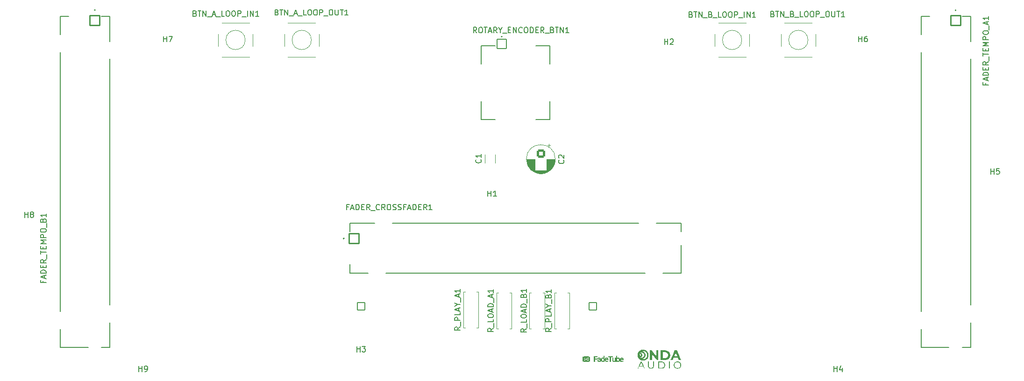
<source format=gbr>
%TF.GenerationSoftware,KiCad,Pcbnew,9.0.7*%
%TF.CreationDate,2026-01-26T22:48:02-06:00*%
%TF.ProjectId,FADETUBE_MIDI,46414445-5455-4424-955f-4d4944492e6b,rev?*%
%TF.SameCoordinates,Original*%
%TF.FileFunction,Legend,Top*%
%TF.FilePolarity,Positive*%
%FSLAX46Y46*%
G04 Gerber Fmt 4.6, Leading zero omitted, Abs format (unit mm)*
G04 Created by KiCad (PCBNEW 9.0.7) date 2026-01-26 22:48:02*
%MOMM*%
%LPD*%
G01*
G04 APERTURE LIST*
G04 Aperture macros list*
%AMRoundRect*
0 Rectangle with rounded corners*
0 $1 Rounding radius*
0 $2 $3 $4 $5 $6 $7 $8 $9 X,Y pos of 4 corners*
0 Add a 4 corners polygon primitive as box body*
4,1,4,$2,$3,$4,$5,$6,$7,$8,$9,$2,$3,0*
0 Add four circle primitives for the rounded corners*
1,1,$1+$1,$2,$3*
1,1,$1+$1,$4,$5*
1,1,$1+$1,$6,$7*
1,1,$1+$1,$8,$9*
0 Add four rect primitives between the rounded corners*
20,1,$1+$1,$2,$3,$4,$5,0*
20,1,$1+$1,$4,$5,$6,$7,0*
20,1,$1+$1,$6,$7,$8,$9,0*
20,1,$1+$1,$8,$9,$2,$3,0*%
G04 Aperture macros list end*
%ADD10C,0.150000*%
%ADD11C,0.120000*%
%ADD12C,0.127000*%
%ADD13C,0.200000*%
%ADD14C,0.000000*%
%ADD15C,1.500000*%
%ADD16C,1.600000*%
%ADD17RoundRect,0.102000X-0.825000X-0.825000X0.825000X-0.825000X0.825000X0.825000X-0.825000X0.825000X0*%
%ADD18C,1.854000*%
%ADD19O,3.204000X6.204000*%
%ADD20C,2.200000*%
%ADD21RoundRect,0.250000X-0.550000X0.550000X-0.550000X-0.550000X0.550000X-0.550000X0.550000X0.550000X0*%
%ADD22C,1.700000*%
%ADD23RoundRect,0.102000X-0.900000X0.900000X-0.900000X-0.900000X0.900000X-0.900000X0.900000X0.900000X0*%
%ADD24C,2.004000*%
%ADD25C,2.754000*%
%ADD26RoundRect,0.102000X-0.900000X-0.900000X0.900000X-0.900000X0.900000X0.900000X-0.900000X0.900000X0*%
%ADD27RoundRect,0.102000X0.654000X0.654000X-0.654000X0.654000X-0.654000X-0.654000X0.654000X-0.654000X0*%
%ADD28C,1.512000*%
%ADD29R,1.600000X1.600000*%
%ADD30O,1.600000X1.600000*%
G04 APERTURE END LIST*
D10*
X-6320419Y6063333D02*
X-6272800Y6015714D01*
X-6272800Y6015714D02*
X-6225180Y5872857D01*
X-6225180Y5872857D02*
X-6225180Y5777619D01*
X-6225180Y5777619D02*
X-6272800Y5634762D01*
X-6272800Y5634762D02*
X-6368038Y5539524D01*
X-6368038Y5539524D02*
X-6463276Y5491905D01*
X-6463276Y5491905D02*
X-6653752Y5444286D01*
X-6653752Y5444286D02*
X-6796609Y5444286D01*
X-6796609Y5444286D02*
X-6987085Y5491905D01*
X-6987085Y5491905D02*
X-7082323Y5539524D01*
X-7082323Y5539524D02*
X-7177561Y5634762D01*
X-7177561Y5634762D02*
X-7225180Y5777619D01*
X-7225180Y5777619D02*
X-7225180Y5872857D01*
X-7225180Y5872857D02*
X-7177561Y6015714D01*
X-7177561Y6015714D02*
X-7129942Y6063333D01*
X-6225180Y7015714D02*
X-6225180Y6444286D01*
X-6225180Y6730000D02*
X-7225180Y6730000D01*
X-7225180Y6730000D02*
X-7082323Y6634762D01*
X-7082323Y6634762D02*
X-6987085Y6539524D01*
X-6987085Y6539524D02*
X-6939466Y6444286D01*
X-7047619Y29045180D02*
X-7380952Y29521371D01*
X-7619047Y29045180D02*
X-7619047Y30045180D01*
X-7619047Y30045180D02*
X-7238095Y30045180D01*
X-7238095Y30045180D02*
X-7142857Y29997561D01*
X-7142857Y29997561D02*
X-7095238Y29949942D01*
X-7095238Y29949942D02*
X-7047619Y29854704D01*
X-7047619Y29854704D02*
X-7047619Y29711847D01*
X-7047619Y29711847D02*
X-7095238Y29616609D01*
X-7095238Y29616609D02*
X-7142857Y29568990D01*
X-7142857Y29568990D02*
X-7238095Y29521371D01*
X-7238095Y29521371D02*
X-7619047Y29521371D01*
X-6428571Y30045180D02*
X-6238095Y30045180D01*
X-6238095Y30045180D02*
X-6142857Y29997561D01*
X-6142857Y29997561D02*
X-6047619Y29902323D01*
X-6047619Y29902323D02*
X-6000000Y29711847D01*
X-6000000Y29711847D02*
X-6000000Y29378514D01*
X-6000000Y29378514D02*
X-6047619Y29188038D01*
X-6047619Y29188038D02*
X-6142857Y29092800D01*
X-6142857Y29092800D02*
X-6238095Y29045180D01*
X-6238095Y29045180D02*
X-6428571Y29045180D01*
X-6428571Y29045180D02*
X-6523809Y29092800D01*
X-6523809Y29092800D02*
X-6619047Y29188038D01*
X-6619047Y29188038D02*
X-6666666Y29378514D01*
X-6666666Y29378514D02*
X-6666666Y29711847D01*
X-6666666Y29711847D02*
X-6619047Y29902323D01*
X-6619047Y29902323D02*
X-6523809Y29997561D01*
X-6523809Y29997561D02*
X-6428571Y30045180D01*
X-5714285Y30045180D02*
X-5142857Y30045180D01*
X-5428571Y29045180D02*
X-5428571Y30045180D01*
X-4857142Y29330895D02*
X-4380952Y29330895D01*
X-4952380Y29045180D02*
X-4619047Y30045180D01*
X-4619047Y30045180D02*
X-4285714Y29045180D01*
X-3380952Y29045180D02*
X-3714285Y29521371D01*
X-3952380Y29045180D02*
X-3952380Y30045180D01*
X-3952380Y30045180D02*
X-3571428Y30045180D01*
X-3571428Y30045180D02*
X-3476190Y29997561D01*
X-3476190Y29997561D02*
X-3428571Y29949942D01*
X-3428571Y29949942D02*
X-3380952Y29854704D01*
X-3380952Y29854704D02*
X-3380952Y29711847D01*
X-3380952Y29711847D02*
X-3428571Y29616609D01*
X-3428571Y29616609D02*
X-3476190Y29568990D01*
X-3476190Y29568990D02*
X-3571428Y29521371D01*
X-3571428Y29521371D02*
X-3952380Y29521371D01*
X-2761904Y29521371D02*
X-2761904Y29045180D01*
X-3095237Y30045180D02*
X-2761904Y29521371D01*
X-2761904Y29521371D02*
X-2428571Y30045180D01*
X-2333333Y28949942D02*
X-1571428Y28949942D01*
X-1333332Y29568990D02*
X-999999Y29568990D01*
X-857142Y29045180D02*
X-1333332Y29045180D01*
X-1333332Y29045180D02*
X-1333332Y30045180D01*
X-1333332Y30045180D02*
X-857142Y30045180D01*
X-428570Y29045180D02*
X-428570Y30045180D01*
X-428570Y30045180D02*
X142857Y29045180D01*
X142857Y29045180D02*
X142857Y30045180D01*
X1190476Y29140419D02*
X1142857Y29092800D01*
X1142857Y29092800D02*
X1000000Y29045180D01*
X1000000Y29045180D02*
X904762Y29045180D01*
X904762Y29045180D02*
X761905Y29092800D01*
X761905Y29092800D02*
X666667Y29188038D01*
X666667Y29188038D02*
X619048Y29283276D01*
X619048Y29283276D02*
X571429Y29473752D01*
X571429Y29473752D02*
X571429Y29616609D01*
X571429Y29616609D02*
X619048Y29807085D01*
X619048Y29807085D02*
X666667Y29902323D01*
X666667Y29902323D02*
X761905Y29997561D01*
X761905Y29997561D02*
X904762Y30045180D01*
X904762Y30045180D02*
X1000000Y30045180D01*
X1000000Y30045180D02*
X1142857Y29997561D01*
X1142857Y29997561D02*
X1190476Y29949942D01*
X1809524Y30045180D02*
X2000000Y30045180D01*
X2000000Y30045180D02*
X2095238Y29997561D01*
X2095238Y29997561D02*
X2190476Y29902323D01*
X2190476Y29902323D02*
X2238095Y29711847D01*
X2238095Y29711847D02*
X2238095Y29378514D01*
X2238095Y29378514D02*
X2190476Y29188038D01*
X2190476Y29188038D02*
X2095238Y29092800D01*
X2095238Y29092800D02*
X2000000Y29045180D01*
X2000000Y29045180D02*
X1809524Y29045180D01*
X1809524Y29045180D02*
X1714286Y29092800D01*
X1714286Y29092800D02*
X1619048Y29188038D01*
X1619048Y29188038D02*
X1571429Y29378514D01*
X1571429Y29378514D02*
X1571429Y29711847D01*
X1571429Y29711847D02*
X1619048Y29902323D01*
X1619048Y29902323D02*
X1714286Y29997561D01*
X1714286Y29997561D02*
X1809524Y30045180D01*
X2666667Y29045180D02*
X2666667Y30045180D01*
X2666667Y30045180D02*
X2904762Y30045180D01*
X2904762Y30045180D02*
X3047619Y29997561D01*
X3047619Y29997561D02*
X3142857Y29902323D01*
X3142857Y29902323D02*
X3190476Y29807085D01*
X3190476Y29807085D02*
X3238095Y29616609D01*
X3238095Y29616609D02*
X3238095Y29473752D01*
X3238095Y29473752D02*
X3190476Y29283276D01*
X3190476Y29283276D02*
X3142857Y29188038D01*
X3142857Y29188038D02*
X3047619Y29092800D01*
X3047619Y29092800D02*
X2904762Y29045180D01*
X2904762Y29045180D02*
X2666667Y29045180D01*
X3666667Y29568990D02*
X4000000Y29568990D01*
X4142857Y29045180D02*
X3666667Y29045180D01*
X3666667Y29045180D02*
X3666667Y30045180D01*
X3666667Y30045180D02*
X4142857Y30045180D01*
X5142857Y29045180D02*
X4809524Y29521371D01*
X4571429Y29045180D02*
X4571429Y30045180D01*
X4571429Y30045180D02*
X4952381Y30045180D01*
X4952381Y30045180D02*
X5047619Y29997561D01*
X5047619Y29997561D02*
X5095238Y29949942D01*
X5095238Y29949942D02*
X5142857Y29854704D01*
X5142857Y29854704D02*
X5142857Y29711847D01*
X5142857Y29711847D02*
X5095238Y29616609D01*
X5095238Y29616609D02*
X5047619Y29568990D01*
X5047619Y29568990D02*
X4952381Y29521371D01*
X4952381Y29521371D02*
X4571429Y29521371D01*
X5333334Y28949942D02*
X6095238Y28949942D01*
X6666667Y29568990D02*
X6809524Y29521371D01*
X6809524Y29521371D02*
X6857143Y29473752D01*
X6857143Y29473752D02*
X6904762Y29378514D01*
X6904762Y29378514D02*
X6904762Y29235657D01*
X6904762Y29235657D02*
X6857143Y29140419D01*
X6857143Y29140419D02*
X6809524Y29092800D01*
X6809524Y29092800D02*
X6714286Y29045180D01*
X6714286Y29045180D02*
X6333334Y29045180D01*
X6333334Y29045180D02*
X6333334Y30045180D01*
X6333334Y30045180D02*
X6666667Y30045180D01*
X6666667Y30045180D02*
X6761905Y29997561D01*
X6761905Y29997561D02*
X6809524Y29949942D01*
X6809524Y29949942D02*
X6857143Y29854704D01*
X6857143Y29854704D02*
X6857143Y29759466D01*
X6857143Y29759466D02*
X6809524Y29664228D01*
X6809524Y29664228D02*
X6761905Y29616609D01*
X6761905Y29616609D02*
X6666667Y29568990D01*
X6666667Y29568990D02*
X6333334Y29568990D01*
X7190477Y30045180D02*
X7761905Y30045180D01*
X7476191Y29045180D02*
X7476191Y30045180D01*
X8095239Y29045180D02*
X8095239Y30045180D01*
X8095239Y30045180D02*
X8666667Y29045180D01*
X8666667Y29045180D02*
X8666667Y30045180D01*
X9666667Y29045180D02*
X9095239Y29045180D01*
X9380953Y29045180D02*
X9380953Y30045180D01*
X9380953Y30045180D02*
X9285715Y29902323D01*
X9285715Y29902323D02*
X9190477Y29807085D01*
X9190477Y29807085D02*
X9095239Y29759466D01*
X-28761904Y-28804819D02*
X-28761904Y-27804819D01*
X-28761904Y-28281009D02*
X-28190476Y-28281009D01*
X-28190476Y-28804819D02*
X-28190476Y-27804819D01*
X-27809523Y-27804819D02*
X-27190476Y-27804819D01*
X-27190476Y-27804819D02*
X-27523809Y-28185771D01*
X-27523809Y-28185771D02*
X-27380952Y-28185771D01*
X-27380952Y-28185771D02*
X-27285714Y-28233390D01*
X-27285714Y-28233390D02*
X-27238095Y-28281009D01*
X-27238095Y-28281009D02*
X-27190476Y-28376247D01*
X-27190476Y-28376247D02*
X-27190476Y-28614342D01*
X-27190476Y-28614342D02*
X-27238095Y-28709580D01*
X-27238095Y-28709580D02*
X-27285714Y-28757200D01*
X-27285714Y-28757200D02*
X-27380952Y-28804819D01*
X-27380952Y-28804819D02*
X-27666666Y-28804819D01*
X-27666666Y-28804819D02*
X-27761904Y-28757200D01*
X-27761904Y-28757200D02*
X-27809523Y-28709580D01*
X8689580Y5968433D02*
X8737200Y5920814D01*
X8737200Y5920814D02*
X8784819Y5777957D01*
X8784819Y5777957D02*
X8784819Y5682719D01*
X8784819Y5682719D02*
X8737200Y5539862D01*
X8737200Y5539862D02*
X8641961Y5444624D01*
X8641961Y5444624D02*
X8546723Y5397005D01*
X8546723Y5397005D02*
X8356247Y5349386D01*
X8356247Y5349386D02*
X8213390Y5349386D01*
X8213390Y5349386D02*
X8022914Y5397005D01*
X8022914Y5397005D02*
X7927676Y5444624D01*
X7927676Y5444624D02*
X7832438Y5539862D01*
X7832438Y5539862D02*
X7784819Y5682719D01*
X7784819Y5682719D02*
X7784819Y5777957D01*
X7784819Y5777957D02*
X7832438Y5920814D01*
X7832438Y5920814D02*
X7880057Y5968433D01*
X7880057Y6349386D02*
X7832438Y6397005D01*
X7832438Y6397005D02*
X7784819Y6492243D01*
X7784819Y6492243D02*
X7784819Y6730338D01*
X7784819Y6730338D02*
X7832438Y6825576D01*
X7832438Y6825576D02*
X7880057Y6873195D01*
X7880057Y6873195D02*
X7975295Y6920814D01*
X7975295Y6920814D02*
X8070533Y6920814D01*
X8070533Y6920814D02*
X8213390Y6873195D01*
X8213390Y6873195D02*
X8784819Y6301767D01*
X8784819Y6301767D02*
X8784819Y6920814D01*
X31783333Y32368990D02*
X31926190Y32321371D01*
X31926190Y32321371D02*
X31973809Y32273752D01*
X31973809Y32273752D02*
X32021428Y32178514D01*
X32021428Y32178514D02*
X32021428Y32035657D01*
X32021428Y32035657D02*
X31973809Y31940419D01*
X31973809Y31940419D02*
X31926190Y31892800D01*
X31926190Y31892800D02*
X31830952Y31845180D01*
X31830952Y31845180D02*
X31450000Y31845180D01*
X31450000Y31845180D02*
X31450000Y32845180D01*
X31450000Y32845180D02*
X31783333Y32845180D01*
X31783333Y32845180D02*
X31878571Y32797561D01*
X31878571Y32797561D02*
X31926190Y32749942D01*
X31926190Y32749942D02*
X31973809Y32654704D01*
X31973809Y32654704D02*
X31973809Y32559466D01*
X31973809Y32559466D02*
X31926190Y32464228D01*
X31926190Y32464228D02*
X31878571Y32416609D01*
X31878571Y32416609D02*
X31783333Y32368990D01*
X31783333Y32368990D02*
X31450000Y32368990D01*
X32307143Y32845180D02*
X32878571Y32845180D01*
X32592857Y31845180D02*
X32592857Y32845180D01*
X33211905Y31845180D02*
X33211905Y32845180D01*
X33211905Y32845180D02*
X33783333Y31845180D01*
X33783333Y31845180D02*
X33783333Y32845180D01*
X34021429Y31749942D02*
X34783333Y31749942D01*
X35354762Y32368990D02*
X35497619Y32321371D01*
X35497619Y32321371D02*
X35545238Y32273752D01*
X35545238Y32273752D02*
X35592857Y32178514D01*
X35592857Y32178514D02*
X35592857Y32035657D01*
X35592857Y32035657D02*
X35545238Y31940419D01*
X35545238Y31940419D02*
X35497619Y31892800D01*
X35497619Y31892800D02*
X35402381Y31845180D01*
X35402381Y31845180D02*
X35021429Y31845180D01*
X35021429Y31845180D02*
X35021429Y32845180D01*
X35021429Y32845180D02*
X35354762Y32845180D01*
X35354762Y32845180D02*
X35450000Y32797561D01*
X35450000Y32797561D02*
X35497619Y32749942D01*
X35497619Y32749942D02*
X35545238Y32654704D01*
X35545238Y32654704D02*
X35545238Y32559466D01*
X35545238Y32559466D02*
X35497619Y32464228D01*
X35497619Y32464228D02*
X35450000Y32416609D01*
X35450000Y32416609D02*
X35354762Y32368990D01*
X35354762Y32368990D02*
X35021429Y32368990D01*
X35783334Y31749942D02*
X36545238Y31749942D01*
X37259524Y31845180D02*
X36783334Y31845180D01*
X36783334Y31845180D02*
X36783334Y32845180D01*
X37783334Y32845180D02*
X37973810Y32845180D01*
X37973810Y32845180D02*
X38069048Y32797561D01*
X38069048Y32797561D02*
X38164286Y32702323D01*
X38164286Y32702323D02*
X38211905Y32511847D01*
X38211905Y32511847D02*
X38211905Y32178514D01*
X38211905Y32178514D02*
X38164286Y31988038D01*
X38164286Y31988038D02*
X38069048Y31892800D01*
X38069048Y31892800D02*
X37973810Y31845180D01*
X37973810Y31845180D02*
X37783334Y31845180D01*
X37783334Y31845180D02*
X37688096Y31892800D01*
X37688096Y31892800D02*
X37592858Y31988038D01*
X37592858Y31988038D02*
X37545239Y32178514D01*
X37545239Y32178514D02*
X37545239Y32511847D01*
X37545239Y32511847D02*
X37592858Y32702323D01*
X37592858Y32702323D02*
X37688096Y32797561D01*
X37688096Y32797561D02*
X37783334Y32845180D01*
X38830953Y32845180D02*
X39021429Y32845180D01*
X39021429Y32845180D02*
X39116667Y32797561D01*
X39116667Y32797561D02*
X39211905Y32702323D01*
X39211905Y32702323D02*
X39259524Y32511847D01*
X39259524Y32511847D02*
X39259524Y32178514D01*
X39259524Y32178514D02*
X39211905Y31988038D01*
X39211905Y31988038D02*
X39116667Y31892800D01*
X39116667Y31892800D02*
X39021429Y31845180D01*
X39021429Y31845180D02*
X38830953Y31845180D01*
X38830953Y31845180D02*
X38735715Y31892800D01*
X38735715Y31892800D02*
X38640477Y31988038D01*
X38640477Y31988038D02*
X38592858Y32178514D01*
X38592858Y32178514D02*
X38592858Y32511847D01*
X38592858Y32511847D02*
X38640477Y32702323D01*
X38640477Y32702323D02*
X38735715Y32797561D01*
X38735715Y32797561D02*
X38830953Y32845180D01*
X39688096Y31845180D02*
X39688096Y32845180D01*
X39688096Y32845180D02*
X40069048Y32845180D01*
X40069048Y32845180D02*
X40164286Y32797561D01*
X40164286Y32797561D02*
X40211905Y32749942D01*
X40211905Y32749942D02*
X40259524Y32654704D01*
X40259524Y32654704D02*
X40259524Y32511847D01*
X40259524Y32511847D02*
X40211905Y32416609D01*
X40211905Y32416609D02*
X40164286Y32368990D01*
X40164286Y32368990D02*
X40069048Y32321371D01*
X40069048Y32321371D02*
X39688096Y32321371D01*
X40450001Y31749942D02*
X41211905Y31749942D01*
X41450001Y31845180D02*
X41450001Y32845180D01*
X41926191Y31845180D02*
X41926191Y32845180D01*
X41926191Y32845180D02*
X42497619Y31845180D01*
X42497619Y31845180D02*
X42497619Y32845180D01*
X43497619Y31845180D02*
X42926191Y31845180D01*
X43211905Y31845180D02*
X43211905Y32845180D01*
X43211905Y32845180D02*
X43116667Y32702323D01*
X43116667Y32702323D02*
X43021429Y32607085D01*
X43021429Y32607085D02*
X42926191Y32559466D01*
X85191009Y19946666D02*
X85191009Y19613333D01*
X85714819Y19613333D02*
X84714819Y19613333D01*
X84714819Y19613333D02*
X84714819Y20089523D01*
X85429104Y20422857D02*
X85429104Y20899047D01*
X85714819Y20327619D02*
X84714819Y20660952D01*
X84714819Y20660952D02*
X85714819Y20994285D01*
X85714819Y21327619D02*
X84714819Y21327619D01*
X84714819Y21327619D02*
X84714819Y21565714D01*
X84714819Y21565714D02*
X84762438Y21708571D01*
X84762438Y21708571D02*
X84857676Y21803809D01*
X84857676Y21803809D02*
X84952914Y21851428D01*
X84952914Y21851428D02*
X85143390Y21899047D01*
X85143390Y21899047D02*
X85286247Y21899047D01*
X85286247Y21899047D02*
X85476723Y21851428D01*
X85476723Y21851428D02*
X85571961Y21803809D01*
X85571961Y21803809D02*
X85667200Y21708571D01*
X85667200Y21708571D02*
X85714819Y21565714D01*
X85714819Y21565714D02*
X85714819Y21327619D01*
X85191009Y22327619D02*
X85191009Y22660952D01*
X85714819Y22803809D02*
X85714819Y22327619D01*
X85714819Y22327619D02*
X84714819Y22327619D01*
X84714819Y22327619D02*
X84714819Y22803809D01*
X85714819Y23803809D02*
X85238628Y23470476D01*
X85714819Y23232381D02*
X84714819Y23232381D01*
X84714819Y23232381D02*
X84714819Y23613333D01*
X84714819Y23613333D02*
X84762438Y23708571D01*
X84762438Y23708571D02*
X84810057Y23756190D01*
X84810057Y23756190D02*
X84905295Y23803809D01*
X84905295Y23803809D02*
X85048152Y23803809D01*
X85048152Y23803809D02*
X85143390Y23756190D01*
X85143390Y23756190D02*
X85191009Y23708571D01*
X85191009Y23708571D02*
X85238628Y23613333D01*
X85238628Y23613333D02*
X85238628Y23232381D01*
X85810057Y23994286D02*
X85810057Y24756190D01*
X84714819Y24851429D02*
X84714819Y25422857D01*
X85714819Y25137143D02*
X84714819Y25137143D01*
X85191009Y25756191D02*
X85191009Y26089524D01*
X85714819Y26232381D02*
X85714819Y25756191D01*
X85714819Y25756191D02*
X84714819Y25756191D01*
X84714819Y25756191D02*
X84714819Y26232381D01*
X85714819Y26660953D02*
X84714819Y26660953D01*
X84714819Y26660953D02*
X85429104Y26994286D01*
X85429104Y26994286D02*
X84714819Y27327619D01*
X84714819Y27327619D02*
X85714819Y27327619D01*
X85714819Y27803810D02*
X84714819Y27803810D01*
X84714819Y27803810D02*
X84714819Y28184762D01*
X84714819Y28184762D02*
X84762438Y28280000D01*
X84762438Y28280000D02*
X84810057Y28327619D01*
X84810057Y28327619D02*
X84905295Y28375238D01*
X84905295Y28375238D02*
X85048152Y28375238D01*
X85048152Y28375238D02*
X85143390Y28327619D01*
X85143390Y28327619D02*
X85191009Y28280000D01*
X85191009Y28280000D02*
X85238628Y28184762D01*
X85238628Y28184762D02*
X85238628Y27803810D01*
X84714819Y28994286D02*
X84714819Y29184762D01*
X84714819Y29184762D02*
X84762438Y29280000D01*
X84762438Y29280000D02*
X84857676Y29375238D01*
X84857676Y29375238D02*
X85048152Y29422857D01*
X85048152Y29422857D02*
X85381485Y29422857D01*
X85381485Y29422857D02*
X85571961Y29375238D01*
X85571961Y29375238D02*
X85667200Y29280000D01*
X85667200Y29280000D02*
X85714819Y29184762D01*
X85714819Y29184762D02*
X85714819Y28994286D01*
X85714819Y28994286D02*
X85667200Y28899048D01*
X85667200Y28899048D02*
X85571961Y28803810D01*
X85571961Y28803810D02*
X85381485Y28756191D01*
X85381485Y28756191D02*
X85048152Y28756191D01*
X85048152Y28756191D02*
X84857676Y28803810D01*
X84857676Y28803810D02*
X84762438Y28899048D01*
X84762438Y28899048D02*
X84714819Y28994286D01*
X85810057Y29613334D02*
X85810057Y30375238D01*
X85429104Y30565715D02*
X85429104Y31041905D01*
X85714819Y30470477D02*
X84714819Y30803810D01*
X84714819Y30803810D02*
X85714819Y31137143D01*
X85714819Y31994286D02*
X85714819Y31422858D01*
X85714819Y31708572D02*
X84714819Y31708572D01*
X84714819Y31708572D02*
X84857676Y31613334D01*
X84857676Y31613334D02*
X84952914Y31518096D01*
X84952914Y31518096D02*
X85000533Y31422858D01*
X-10015180Y-24299048D02*
X-10491371Y-24632381D01*
X-10015180Y-24870476D02*
X-11015180Y-24870476D01*
X-11015180Y-24870476D02*
X-11015180Y-24489524D01*
X-11015180Y-24489524D02*
X-10967561Y-24394286D01*
X-10967561Y-24394286D02*
X-10919942Y-24346667D01*
X-10919942Y-24346667D02*
X-10824704Y-24299048D01*
X-10824704Y-24299048D02*
X-10681847Y-24299048D01*
X-10681847Y-24299048D02*
X-10586609Y-24346667D01*
X-10586609Y-24346667D02*
X-10538990Y-24394286D01*
X-10538990Y-24394286D02*
X-10491371Y-24489524D01*
X-10491371Y-24489524D02*
X-10491371Y-24870476D01*
X-9919942Y-24108572D02*
X-9919942Y-23346667D01*
X-10015180Y-23108571D02*
X-11015180Y-23108571D01*
X-11015180Y-23108571D02*
X-11015180Y-22727619D01*
X-11015180Y-22727619D02*
X-10967561Y-22632381D01*
X-10967561Y-22632381D02*
X-10919942Y-22584762D01*
X-10919942Y-22584762D02*
X-10824704Y-22537143D01*
X-10824704Y-22537143D02*
X-10681847Y-22537143D01*
X-10681847Y-22537143D02*
X-10586609Y-22584762D01*
X-10586609Y-22584762D02*
X-10538990Y-22632381D01*
X-10538990Y-22632381D02*
X-10491371Y-22727619D01*
X-10491371Y-22727619D02*
X-10491371Y-23108571D01*
X-10015180Y-21632381D02*
X-10015180Y-22108571D01*
X-10015180Y-22108571D02*
X-11015180Y-22108571D01*
X-10300895Y-21346666D02*
X-10300895Y-20870476D01*
X-10015180Y-21441904D02*
X-11015180Y-21108571D01*
X-11015180Y-21108571D02*
X-10015180Y-20775238D01*
X-10491371Y-20251428D02*
X-10015180Y-20251428D01*
X-11015180Y-20584761D02*
X-10491371Y-20251428D01*
X-10491371Y-20251428D02*
X-11015180Y-19918095D01*
X-9919942Y-19822857D02*
X-9919942Y-19060952D01*
X-10300895Y-18870475D02*
X-10300895Y-18394285D01*
X-10015180Y-18965713D02*
X-11015180Y-18632380D01*
X-11015180Y-18632380D02*
X-10015180Y-18299047D01*
X-10015180Y-17441904D02*
X-10015180Y-18013332D01*
X-10015180Y-17727618D02*
X-11015180Y-17727618D01*
X-11015180Y-17727618D02*
X-10872323Y-17822856D01*
X-10872323Y-17822856D02*
X-10777085Y-17918094D01*
X-10777085Y-17918094D02*
X-10729466Y-18013332D01*
X-30280952Y-2541009D02*
X-30614285Y-2541009D01*
X-30614285Y-3064819D02*
X-30614285Y-2064819D01*
X-30614285Y-2064819D02*
X-30138095Y-2064819D01*
X-29804761Y-2779104D02*
X-29328571Y-2779104D01*
X-29899999Y-3064819D02*
X-29566666Y-2064819D01*
X-29566666Y-2064819D02*
X-29233333Y-3064819D01*
X-28899999Y-3064819D02*
X-28899999Y-2064819D01*
X-28899999Y-2064819D02*
X-28661904Y-2064819D01*
X-28661904Y-2064819D02*
X-28519047Y-2112438D01*
X-28519047Y-2112438D02*
X-28423809Y-2207676D01*
X-28423809Y-2207676D02*
X-28376190Y-2302914D01*
X-28376190Y-2302914D02*
X-28328571Y-2493390D01*
X-28328571Y-2493390D02*
X-28328571Y-2636247D01*
X-28328571Y-2636247D02*
X-28376190Y-2826723D01*
X-28376190Y-2826723D02*
X-28423809Y-2921961D01*
X-28423809Y-2921961D02*
X-28519047Y-3017200D01*
X-28519047Y-3017200D02*
X-28661904Y-3064819D01*
X-28661904Y-3064819D02*
X-28899999Y-3064819D01*
X-27899999Y-2541009D02*
X-27566666Y-2541009D01*
X-27423809Y-3064819D02*
X-27899999Y-3064819D01*
X-27899999Y-3064819D02*
X-27899999Y-2064819D01*
X-27899999Y-2064819D02*
X-27423809Y-2064819D01*
X-26423809Y-3064819D02*
X-26757142Y-2588628D01*
X-26995237Y-3064819D02*
X-26995237Y-2064819D01*
X-26995237Y-2064819D02*
X-26614285Y-2064819D01*
X-26614285Y-2064819D02*
X-26519047Y-2112438D01*
X-26519047Y-2112438D02*
X-26471428Y-2160057D01*
X-26471428Y-2160057D02*
X-26423809Y-2255295D01*
X-26423809Y-2255295D02*
X-26423809Y-2398152D01*
X-26423809Y-2398152D02*
X-26471428Y-2493390D01*
X-26471428Y-2493390D02*
X-26519047Y-2541009D01*
X-26519047Y-2541009D02*
X-26614285Y-2588628D01*
X-26614285Y-2588628D02*
X-26995237Y-2588628D01*
X-26233333Y-3160057D02*
X-25471428Y-3160057D01*
X-24661904Y-2969580D02*
X-24709523Y-3017200D01*
X-24709523Y-3017200D02*
X-24852380Y-3064819D01*
X-24852380Y-3064819D02*
X-24947618Y-3064819D01*
X-24947618Y-3064819D02*
X-25090475Y-3017200D01*
X-25090475Y-3017200D02*
X-25185713Y-2921961D01*
X-25185713Y-2921961D02*
X-25233332Y-2826723D01*
X-25233332Y-2826723D02*
X-25280951Y-2636247D01*
X-25280951Y-2636247D02*
X-25280951Y-2493390D01*
X-25280951Y-2493390D02*
X-25233332Y-2302914D01*
X-25233332Y-2302914D02*
X-25185713Y-2207676D01*
X-25185713Y-2207676D02*
X-25090475Y-2112438D01*
X-25090475Y-2112438D02*
X-24947618Y-2064819D01*
X-24947618Y-2064819D02*
X-24852380Y-2064819D01*
X-24852380Y-2064819D02*
X-24709523Y-2112438D01*
X-24709523Y-2112438D02*
X-24661904Y-2160057D01*
X-23661904Y-3064819D02*
X-23995237Y-2588628D01*
X-24233332Y-3064819D02*
X-24233332Y-2064819D01*
X-24233332Y-2064819D02*
X-23852380Y-2064819D01*
X-23852380Y-2064819D02*
X-23757142Y-2112438D01*
X-23757142Y-2112438D02*
X-23709523Y-2160057D01*
X-23709523Y-2160057D02*
X-23661904Y-2255295D01*
X-23661904Y-2255295D02*
X-23661904Y-2398152D01*
X-23661904Y-2398152D02*
X-23709523Y-2493390D01*
X-23709523Y-2493390D02*
X-23757142Y-2541009D01*
X-23757142Y-2541009D02*
X-23852380Y-2588628D01*
X-23852380Y-2588628D02*
X-24233332Y-2588628D01*
X-23042856Y-2064819D02*
X-22852380Y-2064819D01*
X-22852380Y-2064819D02*
X-22757142Y-2112438D01*
X-22757142Y-2112438D02*
X-22661904Y-2207676D01*
X-22661904Y-2207676D02*
X-22614285Y-2398152D01*
X-22614285Y-2398152D02*
X-22614285Y-2731485D01*
X-22614285Y-2731485D02*
X-22661904Y-2921961D01*
X-22661904Y-2921961D02*
X-22757142Y-3017200D01*
X-22757142Y-3017200D02*
X-22852380Y-3064819D01*
X-22852380Y-3064819D02*
X-23042856Y-3064819D01*
X-23042856Y-3064819D02*
X-23138094Y-3017200D01*
X-23138094Y-3017200D02*
X-23233332Y-2921961D01*
X-23233332Y-2921961D02*
X-23280951Y-2731485D01*
X-23280951Y-2731485D02*
X-23280951Y-2398152D01*
X-23280951Y-2398152D02*
X-23233332Y-2207676D01*
X-23233332Y-2207676D02*
X-23138094Y-2112438D01*
X-23138094Y-2112438D02*
X-23042856Y-2064819D01*
X-22233332Y-3017200D02*
X-22090475Y-3064819D01*
X-22090475Y-3064819D02*
X-21852380Y-3064819D01*
X-21852380Y-3064819D02*
X-21757142Y-3017200D01*
X-21757142Y-3017200D02*
X-21709523Y-2969580D01*
X-21709523Y-2969580D02*
X-21661904Y-2874342D01*
X-21661904Y-2874342D02*
X-21661904Y-2779104D01*
X-21661904Y-2779104D02*
X-21709523Y-2683866D01*
X-21709523Y-2683866D02*
X-21757142Y-2636247D01*
X-21757142Y-2636247D02*
X-21852380Y-2588628D01*
X-21852380Y-2588628D02*
X-22042856Y-2541009D01*
X-22042856Y-2541009D02*
X-22138094Y-2493390D01*
X-22138094Y-2493390D02*
X-22185713Y-2445771D01*
X-22185713Y-2445771D02*
X-22233332Y-2350533D01*
X-22233332Y-2350533D02*
X-22233332Y-2255295D01*
X-22233332Y-2255295D02*
X-22185713Y-2160057D01*
X-22185713Y-2160057D02*
X-22138094Y-2112438D01*
X-22138094Y-2112438D02*
X-22042856Y-2064819D01*
X-22042856Y-2064819D02*
X-21804761Y-2064819D01*
X-21804761Y-2064819D02*
X-21661904Y-2112438D01*
X-21280951Y-3017200D02*
X-21138094Y-3064819D01*
X-21138094Y-3064819D02*
X-20899999Y-3064819D01*
X-20899999Y-3064819D02*
X-20804761Y-3017200D01*
X-20804761Y-3017200D02*
X-20757142Y-2969580D01*
X-20757142Y-2969580D02*
X-20709523Y-2874342D01*
X-20709523Y-2874342D02*
X-20709523Y-2779104D01*
X-20709523Y-2779104D02*
X-20757142Y-2683866D01*
X-20757142Y-2683866D02*
X-20804761Y-2636247D01*
X-20804761Y-2636247D02*
X-20899999Y-2588628D01*
X-20899999Y-2588628D02*
X-21090475Y-2541009D01*
X-21090475Y-2541009D02*
X-21185713Y-2493390D01*
X-21185713Y-2493390D02*
X-21233332Y-2445771D01*
X-21233332Y-2445771D02*
X-21280951Y-2350533D01*
X-21280951Y-2350533D02*
X-21280951Y-2255295D01*
X-21280951Y-2255295D02*
X-21233332Y-2160057D01*
X-21233332Y-2160057D02*
X-21185713Y-2112438D01*
X-21185713Y-2112438D02*
X-21090475Y-2064819D01*
X-21090475Y-2064819D02*
X-20852380Y-2064819D01*
X-20852380Y-2064819D02*
X-20709523Y-2112438D01*
X-19947618Y-2541009D02*
X-20280951Y-2541009D01*
X-20280951Y-3064819D02*
X-20280951Y-2064819D01*
X-20280951Y-2064819D02*
X-19804761Y-2064819D01*
X-19471427Y-2779104D02*
X-18995237Y-2779104D01*
X-19566665Y-3064819D02*
X-19233332Y-2064819D01*
X-19233332Y-2064819D02*
X-18899999Y-3064819D01*
X-18566665Y-3064819D02*
X-18566665Y-2064819D01*
X-18566665Y-2064819D02*
X-18328570Y-2064819D01*
X-18328570Y-2064819D02*
X-18185713Y-2112438D01*
X-18185713Y-2112438D02*
X-18090475Y-2207676D01*
X-18090475Y-2207676D02*
X-18042856Y-2302914D01*
X-18042856Y-2302914D02*
X-17995237Y-2493390D01*
X-17995237Y-2493390D02*
X-17995237Y-2636247D01*
X-17995237Y-2636247D02*
X-18042856Y-2826723D01*
X-18042856Y-2826723D02*
X-18090475Y-2921961D01*
X-18090475Y-2921961D02*
X-18185713Y-3017200D01*
X-18185713Y-3017200D02*
X-18328570Y-3064819D01*
X-18328570Y-3064819D02*
X-18566665Y-3064819D01*
X-17566665Y-2541009D02*
X-17233332Y-2541009D01*
X-17090475Y-3064819D02*
X-17566665Y-3064819D01*
X-17566665Y-3064819D02*
X-17566665Y-2064819D01*
X-17566665Y-2064819D02*
X-17090475Y-2064819D01*
X-16090475Y-3064819D02*
X-16423808Y-2588628D01*
X-16661903Y-3064819D02*
X-16661903Y-2064819D01*
X-16661903Y-2064819D02*
X-16280951Y-2064819D01*
X-16280951Y-2064819D02*
X-16185713Y-2112438D01*
X-16185713Y-2112438D02*
X-16138094Y-2160057D01*
X-16138094Y-2160057D02*
X-16090475Y-2255295D01*
X-16090475Y-2255295D02*
X-16090475Y-2398152D01*
X-16090475Y-2398152D02*
X-16138094Y-2493390D01*
X-16138094Y-2493390D02*
X-16185713Y-2541009D01*
X-16185713Y-2541009D02*
X-16280951Y-2588628D01*
X-16280951Y-2588628D02*
X-16661903Y-2588628D01*
X-15138094Y-3064819D02*
X-15709522Y-3064819D01*
X-15423808Y-3064819D02*
X-15423808Y-2064819D01*
X-15423808Y-2064819D02*
X-15519046Y-2207676D01*
X-15519046Y-2207676D02*
X-15614284Y-2302914D01*
X-15614284Y-2302914D02*
X-15709522Y-2350533D01*
X62218095Y27415180D02*
X62218095Y28415180D01*
X62218095Y27938990D02*
X62789523Y27938990D01*
X62789523Y27415180D02*
X62789523Y28415180D01*
X63694285Y28415180D02*
X63503809Y28415180D01*
X63503809Y28415180D02*
X63408571Y28367561D01*
X63408571Y28367561D02*
X63360952Y28319942D01*
X63360952Y28319942D02*
X63265714Y28177085D01*
X63265714Y28177085D02*
X63218095Y27986609D01*
X63218095Y27986609D02*
X63218095Y27605657D01*
X63218095Y27605657D02*
X63265714Y27510419D01*
X63265714Y27510419D02*
X63313333Y27462800D01*
X63313333Y27462800D02*
X63408571Y27415180D01*
X63408571Y27415180D02*
X63599047Y27415180D01*
X63599047Y27415180D02*
X63694285Y27462800D01*
X63694285Y27462800D02*
X63741904Y27510419D01*
X63741904Y27510419D02*
X63789523Y27605657D01*
X63789523Y27605657D02*
X63789523Y27843752D01*
X63789523Y27843752D02*
X63741904Y27938990D01*
X63741904Y27938990D02*
X63694285Y27986609D01*
X63694285Y27986609D02*
X63599047Y28034228D01*
X63599047Y28034228D02*
X63408571Y28034228D01*
X63408571Y28034228D02*
X63313333Y27986609D01*
X63313333Y27986609D02*
X63265714Y27938990D01*
X63265714Y27938990D02*
X63218095Y27843752D01*
X86138095Y3435180D02*
X86138095Y4435180D01*
X86138095Y3958990D02*
X86709523Y3958990D01*
X86709523Y3435180D02*
X86709523Y4435180D01*
X87661904Y4435180D02*
X87185714Y4435180D01*
X87185714Y4435180D02*
X87138095Y3958990D01*
X87138095Y3958990D02*
X87185714Y4006609D01*
X87185714Y4006609D02*
X87280952Y4054228D01*
X87280952Y4054228D02*
X87519047Y4054228D01*
X87519047Y4054228D02*
X87614285Y4006609D01*
X87614285Y4006609D02*
X87661904Y3958990D01*
X87661904Y3958990D02*
X87709523Y3863752D01*
X87709523Y3863752D02*
X87709523Y3625657D01*
X87709523Y3625657D02*
X87661904Y3530419D01*
X87661904Y3530419D02*
X87614285Y3482800D01*
X87614285Y3482800D02*
X87519047Y3435180D01*
X87519047Y3435180D02*
X87280952Y3435180D01*
X87280952Y3435180D02*
X87185714Y3482800D01*
X87185714Y3482800D02*
X87138095Y3530419D01*
X-5011904Y-594819D02*
X-5011904Y405180D01*
X-5011904Y-71009D02*
X-4440476Y-71009D01*
X-4440476Y-594819D02*
X-4440476Y405180D01*
X-3440476Y-594819D02*
X-4011904Y-594819D01*
X-3726190Y-594819D02*
X-3726190Y405180D01*
X-3726190Y405180D02*
X-3821428Y262323D01*
X-3821428Y262323D02*
X-3916666Y167085D01*
X-3916666Y167085D02*
X-4011904Y119466D01*
X-58095238Y32568990D02*
X-57952381Y32521371D01*
X-57952381Y32521371D02*
X-57904762Y32473752D01*
X-57904762Y32473752D02*
X-57857143Y32378514D01*
X-57857143Y32378514D02*
X-57857143Y32235657D01*
X-57857143Y32235657D02*
X-57904762Y32140419D01*
X-57904762Y32140419D02*
X-57952381Y32092800D01*
X-57952381Y32092800D02*
X-58047619Y32045180D01*
X-58047619Y32045180D02*
X-58428571Y32045180D01*
X-58428571Y32045180D02*
X-58428571Y33045180D01*
X-58428571Y33045180D02*
X-58095238Y33045180D01*
X-58095238Y33045180D02*
X-58000000Y32997561D01*
X-58000000Y32997561D02*
X-57952381Y32949942D01*
X-57952381Y32949942D02*
X-57904762Y32854704D01*
X-57904762Y32854704D02*
X-57904762Y32759466D01*
X-57904762Y32759466D02*
X-57952381Y32664228D01*
X-57952381Y32664228D02*
X-58000000Y32616609D01*
X-58000000Y32616609D02*
X-58095238Y32568990D01*
X-58095238Y32568990D02*
X-58428571Y32568990D01*
X-57571428Y33045180D02*
X-57000000Y33045180D01*
X-57285714Y32045180D02*
X-57285714Y33045180D01*
X-56666666Y32045180D02*
X-56666666Y33045180D01*
X-56666666Y33045180D02*
X-56095238Y32045180D01*
X-56095238Y32045180D02*
X-56095238Y33045180D01*
X-55857143Y31949942D02*
X-55095238Y31949942D01*
X-54904761Y32330895D02*
X-54428571Y32330895D01*
X-54999999Y32045180D02*
X-54666666Y33045180D01*
X-54666666Y33045180D02*
X-54333333Y32045180D01*
X-54238095Y31949942D02*
X-53476190Y31949942D01*
X-52761904Y32045180D02*
X-53238094Y32045180D01*
X-53238094Y32045180D02*
X-53238094Y33045180D01*
X-52238094Y33045180D02*
X-52047618Y33045180D01*
X-52047618Y33045180D02*
X-51952380Y32997561D01*
X-51952380Y32997561D02*
X-51857142Y32902323D01*
X-51857142Y32902323D02*
X-51809523Y32711847D01*
X-51809523Y32711847D02*
X-51809523Y32378514D01*
X-51809523Y32378514D02*
X-51857142Y32188038D01*
X-51857142Y32188038D02*
X-51952380Y32092800D01*
X-51952380Y32092800D02*
X-52047618Y32045180D01*
X-52047618Y32045180D02*
X-52238094Y32045180D01*
X-52238094Y32045180D02*
X-52333332Y32092800D01*
X-52333332Y32092800D02*
X-52428570Y32188038D01*
X-52428570Y32188038D02*
X-52476189Y32378514D01*
X-52476189Y32378514D02*
X-52476189Y32711847D01*
X-52476189Y32711847D02*
X-52428570Y32902323D01*
X-52428570Y32902323D02*
X-52333332Y32997561D01*
X-52333332Y32997561D02*
X-52238094Y33045180D01*
X-51190475Y33045180D02*
X-50999999Y33045180D01*
X-50999999Y33045180D02*
X-50904761Y32997561D01*
X-50904761Y32997561D02*
X-50809523Y32902323D01*
X-50809523Y32902323D02*
X-50761904Y32711847D01*
X-50761904Y32711847D02*
X-50761904Y32378514D01*
X-50761904Y32378514D02*
X-50809523Y32188038D01*
X-50809523Y32188038D02*
X-50904761Y32092800D01*
X-50904761Y32092800D02*
X-50999999Y32045180D01*
X-50999999Y32045180D02*
X-51190475Y32045180D01*
X-51190475Y32045180D02*
X-51285713Y32092800D01*
X-51285713Y32092800D02*
X-51380951Y32188038D01*
X-51380951Y32188038D02*
X-51428570Y32378514D01*
X-51428570Y32378514D02*
X-51428570Y32711847D01*
X-51428570Y32711847D02*
X-51380951Y32902323D01*
X-51380951Y32902323D02*
X-51285713Y32997561D01*
X-51285713Y32997561D02*
X-51190475Y33045180D01*
X-50333332Y32045180D02*
X-50333332Y33045180D01*
X-50333332Y33045180D02*
X-49952380Y33045180D01*
X-49952380Y33045180D02*
X-49857142Y32997561D01*
X-49857142Y32997561D02*
X-49809523Y32949942D01*
X-49809523Y32949942D02*
X-49761904Y32854704D01*
X-49761904Y32854704D02*
X-49761904Y32711847D01*
X-49761904Y32711847D02*
X-49809523Y32616609D01*
X-49809523Y32616609D02*
X-49857142Y32568990D01*
X-49857142Y32568990D02*
X-49952380Y32521371D01*
X-49952380Y32521371D02*
X-50333332Y32521371D01*
X-49571428Y31949942D02*
X-48809523Y31949942D01*
X-48571427Y32045180D02*
X-48571427Y33045180D01*
X-48095237Y32045180D02*
X-48095237Y33045180D01*
X-48095237Y33045180D02*
X-47523809Y32045180D01*
X-47523809Y32045180D02*
X-47523809Y33045180D01*
X-46523809Y32045180D02*
X-47095237Y32045180D01*
X-46809523Y32045180D02*
X-46809523Y33045180D01*
X-46809523Y33045180D02*
X-46904761Y32902323D01*
X-46904761Y32902323D02*
X-46999999Y32807085D01*
X-46999999Y32807085D02*
X-47095237Y32759466D01*
X-4015180Y-24544286D02*
X-4491371Y-24877619D01*
X-4015180Y-25115714D02*
X-5015180Y-25115714D01*
X-5015180Y-25115714D02*
X-5015180Y-24734762D01*
X-5015180Y-24734762D02*
X-4967561Y-24639524D01*
X-4967561Y-24639524D02*
X-4919942Y-24591905D01*
X-4919942Y-24591905D02*
X-4824704Y-24544286D01*
X-4824704Y-24544286D02*
X-4681847Y-24544286D01*
X-4681847Y-24544286D02*
X-4586609Y-24591905D01*
X-4586609Y-24591905D02*
X-4538990Y-24639524D01*
X-4538990Y-24639524D02*
X-4491371Y-24734762D01*
X-4491371Y-24734762D02*
X-4491371Y-25115714D01*
X-3919942Y-24353810D02*
X-3919942Y-23591905D01*
X-4015180Y-22877619D02*
X-4015180Y-23353809D01*
X-4015180Y-23353809D02*
X-5015180Y-23353809D01*
X-5015180Y-22353809D02*
X-5015180Y-22163333D01*
X-5015180Y-22163333D02*
X-4967561Y-22068095D01*
X-4967561Y-22068095D02*
X-4872323Y-21972857D01*
X-4872323Y-21972857D02*
X-4681847Y-21925238D01*
X-4681847Y-21925238D02*
X-4348514Y-21925238D01*
X-4348514Y-21925238D02*
X-4158038Y-21972857D01*
X-4158038Y-21972857D02*
X-4062800Y-22068095D01*
X-4062800Y-22068095D02*
X-4015180Y-22163333D01*
X-4015180Y-22163333D02*
X-4015180Y-22353809D01*
X-4015180Y-22353809D02*
X-4062800Y-22449047D01*
X-4062800Y-22449047D02*
X-4158038Y-22544285D01*
X-4158038Y-22544285D02*
X-4348514Y-22591904D01*
X-4348514Y-22591904D02*
X-4681847Y-22591904D01*
X-4681847Y-22591904D02*
X-4872323Y-22544285D01*
X-4872323Y-22544285D02*
X-4967561Y-22449047D01*
X-4967561Y-22449047D02*
X-5015180Y-22353809D01*
X-4300895Y-21544285D02*
X-4300895Y-21068095D01*
X-4015180Y-21639523D02*
X-5015180Y-21306190D01*
X-5015180Y-21306190D02*
X-4015180Y-20972857D01*
X-4015180Y-20639523D02*
X-5015180Y-20639523D01*
X-5015180Y-20639523D02*
X-5015180Y-20401428D01*
X-5015180Y-20401428D02*
X-4967561Y-20258571D01*
X-4967561Y-20258571D02*
X-4872323Y-20163333D01*
X-4872323Y-20163333D02*
X-4777085Y-20115714D01*
X-4777085Y-20115714D02*
X-4586609Y-20068095D01*
X-4586609Y-20068095D02*
X-4443752Y-20068095D01*
X-4443752Y-20068095D02*
X-4253276Y-20115714D01*
X-4253276Y-20115714D02*
X-4158038Y-20163333D01*
X-4158038Y-20163333D02*
X-4062800Y-20258571D01*
X-4062800Y-20258571D02*
X-4015180Y-20401428D01*
X-4015180Y-20401428D02*
X-4015180Y-20639523D01*
X-3919942Y-19877619D02*
X-3919942Y-19115714D01*
X-4300895Y-18925237D02*
X-4300895Y-18449047D01*
X-4015180Y-19020475D02*
X-5015180Y-18687142D01*
X-5015180Y-18687142D02*
X-4015180Y-18353809D01*
X-4015180Y-17496666D02*
X-4015180Y-18068094D01*
X-4015180Y-17782380D02*
X-5015180Y-17782380D01*
X-5015180Y-17782380D02*
X-4872323Y-17877618D01*
X-4872323Y-17877618D02*
X-4777085Y-17972856D01*
X-4777085Y-17972856D02*
X-4729466Y-18068094D01*
X46596666Y32458990D02*
X46739523Y32411371D01*
X46739523Y32411371D02*
X46787142Y32363752D01*
X46787142Y32363752D02*
X46834761Y32268514D01*
X46834761Y32268514D02*
X46834761Y32125657D01*
X46834761Y32125657D02*
X46787142Y32030419D01*
X46787142Y32030419D02*
X46739523Y31982800D01*
X46739523Y31982800D02*
X46644285Y31935180D01*
X46644285Y31935180D02*
X46263333Y31935180D01*
X46263333Y31935180D02*
X46263333Y32935180D01*
X46263333Y32935180D02*
X46596666Y32935180D01*
X46596666Y32935180D02*
X46691904Y32887561D01*
X46691904Y32887561D02*
X46739523Y32839942D01*
X46739523Y32839942D02*
X46787142Y32744704D01*
X46787142Y32744704D02*
X46787142Y32649466D01*
X46787142Y32649466D02*
X46739523Y32554228D01*
X46739523Y32554228D02*
X46691904Y32506609D01*
X46691904Y32506609D02*
X46596666Y32458990D01*
X46596666Y32458990D02*
X46263333Y32458990D01*
X47120476Y32935180D02*
X47691904Y32935180D01*
X47406190Y31935180D02*
X47406190Y32935180D01*
X48025238Y31935180D02*
X48025238Y32935180D01*
X48025238Y32935180D02*
X48596666Y31935180D01*
X48596666Y31935180D02*
X48596666Y32935180D01*
X48834762Y31839942D02*
X49596666Y31839942D01*
X50168095Y32458990D02*
X50310952Y32411371D01*
X50310952Y32411371D02*
X50358571Y32363752D01*
X50358571Y32363752D02*
X50406190Y32268514D01*
X50406190Y32268514D02*
X50406190Y32125657D01*
X50406190Y32125657D02*
X50358571Y32030419D01*
X50358571Y32030419D02*
X50310952Y31982800D01*
X50310952Y31982800D02*
X50215714Y31935180D01*
X50215714Y31935180D02*
X49834762Y31935180D01*
X49834762Y31935180D02*
X49834762Y32935180D01*
X49834762Y32935180D02*
X50168095Y32935180D01*
X50168095Y32935180D02*
X50263333Y32887561D01*
X50263333Y32887561D02*
X50310952Y32839942D01*
X50310952Y32839942D02*
X50358571Y32744704D01*
X50358571Y32744704D02*
X50358571Y32649466D01*
X50358571Y32649466D02*
X50310952Y32554228D01*
X50310952Y32554228D02*
X50263333Y32506609D01*
X50263333Y32506609D02*
X50168095Y32458990D01*
X50168095Y32458990D02*
X49834762Y32458990D01*
X50596667Y31839942D02*
X51358571Y31839942D01*
X52072857Y31935180D02*
X51596667Y31935180D01*
X51596667Y31935180D02*
X51596667Y32935180D01*
X52596667Y32935180D02*
X52787143Y32935180D01*
X52787143Y32935180D02*
X52882381Y32887561D01*
X52882381Y32887561D02*
X52977619Y32792323D01*
X52977619Y32792323D02*
X53025238Y32601847D01*
X53025238Y32601847D02*
X53025238Y32268514D01*
X53025238Y32268514D02*
X52977619Y32078038D01*
X52977619Y32078038D02*
X52882381Y31982800D01*
X52882381Y31982800D02*
X52787143Y31935180D01*
X52787143Y31935180D02*
X52596667Y31935180D01*
X52596667Y31935180D02*
X52501429Y31982800D01*
X52501429Y31982800D02*
X52406191Y32078038D01*
X52406191Y32078038D02*
X52358572Y32268514D01*
X52358572Y32268514D02*
X52358572Y32601847D01*
X52358572Y32601847D02*
X52406191Y32792323D01*
X52406191Y32792323D02*
X52501429Y32887561D01*
X52501429Y32887561D02*
X52596667Y32935180D01*
X53644286Y32935180D02*
X53834762Y32935180D01*
X53834762Y32935180D02*
X53930000Y32887561D01*
X53930000Y32887561D02*
X54025238Y32792323D01*
X54025238Y32792323D02*
X54072857Y32601847D01*
X54072857Y32601847D02*
X54072857Y32268514D01*
X54072857Y32268514D02*
X54025238Y32078038D01*
X54025238Y32078038D02*
X53930000Y31982800D01*
X53930000Y31982800D02*
X53834762Y31935180D01*
X53834762Y31935180D02*
X53644286Y31935180D01*
X53644286Y31935180D02*
X53549048Y31982800D01*
X53549048Y31982800D02*
X53453810Y32078038D01*
X53453810Y32078038D02*
X53406191Y32268514D01*
X53406191Y32268514D02*
X53406191Y32601847D01*
X53406191Y32601847D02*
X53453810Y32792323D01*
X53453810Y32792323D02*
X53549048Y32887561D01*
X53549048Y32887561D02*
X53644286Y32935180D01*
X54501429Y31935180D02*
X54501429Y32935180D01*
X54501429Y32935180D02*
X54882381Y32935180D01*
X54882381Y32935180D02*
X54977619Y32887561D01*
X54977619Y32887561D02*
X55025238Y32839942D01*
X55025238Y32839942D02*
X55072857Y32744704D01*
X55072857Y32744704D02*
X55072857Y32601847D01*
X55072857Y32601847D02*
X55025238Y32506609D01*
X55025238Y32506609D02*
X54977619Y32458990D01*
X54977619Y32458990D02*
X54882381Y32411371D01*
X54882381Y32411371D02*
X54501429Y32411371D01*
X55263334Y31839942D02*
X56025238Y31839942D01*
X56453810Y32935180D02*
X56644286Y32935180D01*
X56644286Y32935180D02*
X56739524Y32887561D01*
X56739524Y32887561D02*
X56834762Y32792323D01*
X56834762Y32792323D02*
X56882381Y32601847D01*
X56882381Y32601847D02*
X56882381Y32268514D01*
X56882381Y32268514D02*
X56834762Y32078038D01*
X56834762Y32078038D02*
X56739524Y31982800D01*
X56739524Y31982800D02*
X56644286Y31935180D01*
X56644286Y31935180D02*
X56453810Y31935180D01*
X56453810Y31935180D02*
X56358572Y31982800D01*
X56358572Y31982800D02*
X56263334Y32078038D01*
X56263334Y32078038D02*
X56215715Y32268514D01*
X56215715Y32268514D02*
X56215715Y32601847D01*
X56215715Y32601847D02*
X56263334Y32792323D01*
X56263334Y32792323D02*
X56358572Y32887561D01*
X56358572Y32887561D02*
X56453810Y32935180D01*
X57310953Y32935180D02*
X57310953Y32125657D01*
X57310953Y32125657D02*
X57358572Y32030419D01*
X57358572Y32030419D02*
X57406191Y31982800D01*
X57406191Y31982800D02*
X57501429Y31935180D01*
X57501429Y31935180D02*
X57691905Y31935180D01*
X57691905Y31935180D02*
X57787143Y31982800D01*
X57787143Y31982800D02*
X57834762Y32030419D01*
X57834762Y32030419D02*
X57882381Y32125657D01*
X57882381Y32125657D02*
X57882381Y32935180D01*
X58215715Y32935180D02*
X58787143Y32935180D01*
X58501429Y31935180D02*
X58501429Y32935180D01*
X59644286Y31935180D02*
X59072858Y31935180D01*
X59358572Y31935180D02*
X59358572Y32935180D01*
X59358572Y32935180D02*
X59263334Y32792323D01*
X59263334Y32792323D02*
X59168096Y32697085D01*
X59168096Y32697085D02*
X59072858Y32649466D01*
X-68281904Y-32374819D02*
X-68281904Y-31374819D01*
X-68281904Y-31851009D02*
X-67710476Y-31851009D01*
X-67710476Y-32374819D02*
X-67710476Y-31374819D01*
X-67186666Y-32374819D02*
X-66996190Y-32374819D01*
X-66996190Y-32374819D02*
X-66900952Y-32327200D01*
X-66900952Y-32327200D02*
X-66853333Y-32279580D01*
X-66853333Y-32279580D02*
X-66758095Y-32136723D01*
X-66758095Y-32136723D02*
X-66710476Y-31946247D01*
X-66710476Y-31946247D02*
X-66710476Y-31565295D01*
X-66710476Y-31565295D02*
X-66758095Y-31470057D01*
X-66758095Y-31470057D02*
X-66805714Y-31422438D01*
X-66805714Y-31422438D02*
X-66900952Y-31374819D01*
X-66900952Y-31374819D02*
X-67091428Y-31374819D01*
X-67091428Y-31374819D02*
X-67186666Y-31422438D01*
X-67186666Y-31422438D02*
X-67234285Y-31470057D01*
X-67234285Y-31470057D02*
X-67281904Y-31565295D01*
X-67281904Y-31565295D02*
X-67281904Y-31803390D01*
X-67281904Y-31803390D02*
X-67234285Y-31898628D01*
X-67234285Y-31898628D02*
X-67186666Y-31946247D01*
X-67186666Y-31946247D02*
X-67091428Y-31993866D01*
X-67091428Y-31993866D02*
X-66900952Y-31993866D01*
X-66900952Y-31993866D02*
X-66805714Y-31946247D01*
X-66805714Y-31946247D02*
X-66758095Y-31898628D01*
X-66758095Y-31898628D02*
X-66710476Y-31803390D01*
X-63781904Y27415180D02*
X-63781904Y28415180D01*
X-63781904Y27938990D02*
X-63210476Y27938990D01*
X-63210476Y27415180D02*
X-63210476Y28415180D01*
X-62829523Y28415180D02*
X-62162857Y28415180D01*
X-62162857Y28415180D02*
X-62591428Y27415180D01*
X-43261905Y32768990D02*
X-43119048Y32721371D01*
X-43119048Y32721371D02*
X-43071429Y32673752D01*
X-43071429Y32673752D02*
X-43023810Y32578514D01*
X-43023810Y32578514D02*
X-43023810Y32435657D01*
X-43023810Y32435657D02*
X-43071429Y32340419D01*
X-43071429Y32340419D02*
X-43119048Y32292800D01*
X-43119048Y32292800D02*
X-43214286Y32245180D01*
X-43214286Y32245180D02*
X-43595238Y32245180D01*
X-43595238Y32245180D02*
X-43595238Y33245180D01*
X-43595238Y33245180D02*
X-43261905Y33245180D01*
X-43261905Y33245180D02*
X-43166667Y33197561D01*
X-43166667Y33197561D02*
X-43119048Y33149942D01*
X-43119048Y33149942D02*
X-43071429Y33054704D01*
X-43071429Y33054704D02*
X-43071429Y32959466D01*
X-43071429Y32959466D02*
X-43119048Y32864228D01*
X-43119048Y32864228D02*
X-43166667Y32816609D01*
X-43166667Y32816609D02*
X-43261905Y32768990D01*
X-43261905Y32768990D02*
X-43595238Y32768990D01*
X-42738095Y33245180D02*
X-42166667Y33245180D01*
X-42452381Y32245180D02*
X-42452381Y33245180D01*
X-41833333Y32245180D02*
X-41833333Y33245180D01*
X-41833333Y33245180D02*
X-41261905Y32245180D01*
X-41261905Y32245180D02*
X-41261905Y33245180D01*
X-41023810Y32149942D02*
X-40261905Y32149942D01*
X-40071428Y32530895D02*
X-39595238Y32530895D01*
X-40166666Y32245180D02*
X-39833333Y33245180D01*
X-39833333Y33245180D02*
X-39500000Y32245180D01*
X-39404762Y32149942D02*
X-38642857Y32149942D01*
X-37928571Y32245180D02*
X-38404761Y32245180D01*
X-38404761Y32245180D02*
X-38404761Y33245180D01*
X-37404761Y33245180D02*
X-37214285Y33245180D01*
X-37214285Y33245180D02*
X-37119047Y33197561D01*
X-37119047Y33197561D02*
X-37023809Y33102323D01*
X-37023809Y33102323D02*
X-36976190Y32911847D01*
X-36976190Y32911847D02*
X-36976190Y32578514D01*
X-36976190Y32578514D02*
X-37023809Y32388038D01*
X-37023809Y32388038D02*
X-37119047Y32292800D01*
X-37119047Y32292800D02*
X-37214285Y32245180D01*
X-37214285Y32245180D02*
X-37404761Y32245180D01*
X-37404761Y32245180D02*
X-37499999Y32292800D01*
X-37499999Y32292800D02*
X-37595237Y32388038D01*
X-37595237Y32388038D02*
X-37642856Y32578514D01*
X-37642856Y32578514D02*
X-37642856Y32911847D01*
X-37642856Y32911847D02*
X-37595237Y33102323D01*
X-37595237Y33102323D02*
X-37499999Y33197561D01*
X-37499999Y33197561D02*
X-37404761Y33245180D01*
X-36357142Y33245180D02*
X-36166666Y33245180D01*
X-36166666Y33245180D02*
X-36071428Y33197561D01*
X-36071428Y33197561D02*
X-35976190Y33102323D01*
X-35976190Y33102323D02*
X-35928571Y32911847D01*
X-35928571Y32911847D02*
X-35928571Y32578514D01*
X-35928571Y32578514D02*
X-35976190Y32388038D01*
X-35976190Y32388038D02*
X-36071428Y32292800D01*
X-36071428Y32292800D02*
X-36166666Y32245180D01*
X-36166666Y32245180D02*
X-36357142Y32245180D01*
X-36357142Y32245180D02*
X-36452380Y32292800D01*
X-36452380Y32292800D02*
X-36547618Y32388038D01*
X-36547618Y32388038D02*
X-36595237Y32578514D01*
X-36595237Y32578514D02*
X-36595237Y32911847D01*
X-36595237Y32911847D02*
X-36547618Y33102323D01*
X-36547618Y33102323D02*
X-36452380Y33197561D01*
X-36452380Y33197561D02*
X-36357142Y33245180D01*
X-35499999Y32245180D02*
X-35499999Y33245180D01*
X-35499999Y33245180D02*
X-35119047Y33245180D01*
X-35119047Y33245180D02*
X-35023809Y33197561D01*
X-35023809Y33197561D02*
X-34976190Y33149942D01*
X-34976190Y33149942D02*
X-34928571Y33054704D01*
X-34928571Y33054704D02*
X-34928571Y32911847D01*
X-34928571Y32911847D02*
X-34976190Y32816609D01*
X-34976190Y32816609D02*
X-35023809Y32768990D01*
X-35023809Y32768990D02*
X-35119047Y32721371D01*
X-35119047Y32721371D02*
X-35499999Y32721371D01*
X-34738095Y32149942D02*
X-33976190Y32149942D01*
X-33547618Y33245180D02*
X-33357142Y33245180D01*
X-33357142Y33245180D02*
X-33261904Y33197561D01*
X-33261904Y33197561D02*
X-33166666Y33102323D01*
X-33166666Y33102323D02*
X-33119047Y32911847D01*
X-33119047Y32911847D02*
X-33119047Y32578514D01*
X-33119047Y32578514D02*
X-33166666Y32388038D01*
X-33166666Y32388038D02*
X-33261904Y32292800D01*
X-33261904Y32292800D02*
X-33357142Y32245180D01*
X-33357142Y32245180D02*
X-33547618Y32245180D01*
X-33547618Y32245180D02*
X-33642856Y32292800D01*
X-33642856Y32292800D02*
X-33738094Y32388038D01*
X-33738094Y32388038D02*
X-33785713Y32578514D01*
X-33785713Y32578514D02*
X-33785713Y32911847D01*
X-33785713Y32911847D02*
X-33738094Y33102323D01*
X-33738094Y33102323D02*
X-33642856Y33197561D01*
X-33642856Y33197561D02*
X-33547618Y33245180D01*
X-32690475Y33245180D02*
X-32690475Y32435657D01*
X-32690475Y32435657D02*
X-32642856Y32340419D01*
X-32642856Y32340419D02*
X-32595237Y32292800D01*
X-32595237Y32292800D02*
X-32499999Y32245180D01*
X-32499999Y32245180D02*
X-32309523Y32245180D01*
X-32309523Y32245180D02*
X-32214285Y32292800D01*
X-32214285Y32292800D02*
X-32166666Y32340419D01*
X-32166666Y32340419D02*
X-32119047Y32435657D01*
X-32119047Y32435657D02*
X-32119047Y33245180D01*
X-31785713Y33245180D02*
X-31214285Y33245180D01*
X-31499999Y32245180D02*
X-31499999Y33245180D01*
X-30357142Y32245180D02*
X-30928570Y32245180D01*
X-30642856Y32245180D02*
X-30642856Y33245180D01*
X-30642856Y33245180D02*
X-30738094Y33102323D01*
X-30738094Y33102323D02*
X-30833332Y33007085D01*
X-30833332Y33007085D02*
X-30928570Y32959466D01*
X1984819Y-24615714D02*
X1508628Y-24949047D01*
X1984819Y-25187142D02*
X984819Y-25187142D01*
X984819Y-25187142D02*
X984819Y-24806190D01*
X984819Y-24806190D02*
X1032438Y-24710952D01*
X1032438Y-24710952D02*
X1080057Y-24663333D01*
X1080057Y-24663333D02*
X1175295Y-24615714D01*
X1175295Y-24615714D02*
X1318152Y-24615714D01*
X1318152Y-24615714D02*
X1413390Y-24663333D01*
X1413390Y-24663333D02*
X1461009Y-24710952D01*
X1461009Y-24710952D02*
X1508628Y-24806190D01*
X1508628Y-24806190D02*
X1508628Y-25187142D01*
X2080057Y-24425238D02*
X2080057Y-23663333D01*
X1984819Y-22949047D02*
X1984819Y-23425237D01*
X1984819Y-23425237D02*
X984819Y-23425237D01*
X984819Y-22425237D02*
X984819Y-22234761D01*
X984819Y-22234761D02*
X1032438Y-22139523D01*
X1032438Y-22139523D02*
X1127676Y-22044285D01*
X1127676Y-22044285D02*
X1318152Y-21996666D01*
X1318152Y-21996666D02*
X1651485Y-21996666D01*
X1651485Y-21996666D02*
X1841961Y-22044285D01*
X1841961Y-22044285D02*
X1937200Y-22139523D01*
X1937200Y-22139523D02*
X1984819Y-22234761D01*
X1984819Y-22234761D02*
X1984819Y-22425237D01*
X1984819Y-22425237D02*
X1937200Y-22520475D01*
X1937200Y-22520475D02*
X1841961Y-22615713D01*
X1841961Y-22615713D02*
X1651485Y-22663332D01*
X1651485Y-22663332D02*
X1318152Y-22663332D01*
X1318152Y-22663332D02*
X1127676Y-22615713D01*
X1127676Y-22615713D02*
X1032438Y-22520475D01*
X1032438Y-22520475D02*
X984819Y-22425237D01*
X1699104Y-21615713D02*
X1699104Y-21139523D01*
X1984819Y-21710951D02*
X984819Y-21377618D01*
X984819Y-21377618D02*
X1984819Y-21044285D01*
X1984819Y-20710951D02*
X984819Y-20710951D01*
X984819Y-20710951D02*
X984819Y-20472856D01*
X984819Y-20472856D02*
X1032438Y-20329999D01*
X1032438Y-20329999D02*
X1127676Y-20234761D01*
X1127676Y-20234761D02*
X1222914Y-20187142D01*
X1222914Y-20187142D02*
X1413390Y-20139523D01*
X1413390Y-20139523D02*
X1556247Y-20139523D01*
X1556247Y-20139523D02*
X1746723Y-20187142D01*
X1746723Y-20187142D02*
X1841961Y-20234761D01*
X1841961Y-20234761D02*
X1937200Y-20329999D01*
X1937200Y-20329999D02*
X1984819Y-20472856D01*
X1984819Y-20472856D02*
X1984819Y-20710951D01*
X2080057Y-19949047D02*
X2080057Y-19187142D01*
X1461009Y-18615713D02*
X1508628Y-18472856D01*
X1508628Y-18472856D02*
X1556247Y-18425237D01*
X1556247Y-18425237D02*
X1651485Y-18377618D01*
X1651485Y-18377618D02*
X1794342Y-18377618D01*
X1794342Y-18377618D02*
X1889580Y-18425237D01*
X1889580Y-18425237D02*
X1937200Y-18472856D01*
X1937200Y-18472856D02*
X1984819Y-18568094D01*
X1984819Y-18568094D02*
X1984819Y-18949046D01*
X1984819Y-18949046D02*
X984819Y-18949046D01*
X984819Y-18949046D02*
X984819Y-18615713D01*
X984819Y-18615713D02*
X1032438Y-18520475D01*
X1032438Y-18520475D02*
X1080057Y-18472856D01*
X1080057Y-18472856D02*
X1175295Y-18425237D01*
X1175295Y-18425237D02*
X1270533Y-18425237D01*
X1270533Y-18425237D02*
X1365771Y-18472856D01*
X1365771Y-18472856D02*
X1413390Y-18520475D01*
X1413390Y-18520475D02*
X1461009Y-18615713D01*
X1461009Y-18615713D02*
X1461009Y-18949046D01*
X1984819Y-17425237D02*
X1984819Y-17996665D01*
X1984819Y-17710951D02*
X984819Y-17710951D01*
X984819Y-17710951D02*
X1127676Y-17806189D01*
X1127676Y-17806189D02*
X1222914Y-17901427D01*
X1222914Y-17901427D02*
X1270533Y-17996665D01*
X6484819Y-24520476D02*
X6008628Y-24853809D01*
X6484819Y-25091904D02*
X5484819Y-25091904D01*
X5484819Y-25091904D02*
X5484819Y-24710952D01*
X5484819Y-24710952D02*
X5532438Y-24615714D01*
X5532438Y-24615714D02*
X5580057Y-24568095D01*
X5580057Y-24568095D02*
X5675295Y-24520476D01*
X5675295Y-24520476D02*
X5818152Y-24520476D01*
X5818152Y-24520476D02*
X5913390Y-24568095D01*
X5913390Y-24568095D02*
X5961009Y-24615714D01*
X5961009Y-24615714D02*
X6008628Y-24710952D01*
X6008628Y-24710952D02*
X6008628Y-25091904D01*
X6580057Y-24330000D02*
X6580057Y-23568095D01*
X6484819Y-23329999D02*
X5484819Y-23329999D01*
X5484819Y-23329999D02*
X5484819Y-22949047D01*
X5484819Y-22949047D02*
X5532438Y-22853809D01*
X5532438Y-22853809D02*
X5580057Y-22806190D01*
X5580057Y-22806190D02*
X5675295Y-22758571D01*
X5675295Y-22758571D02*
X5818152Y-22758571D01*
X5818152Y-22758571D02*
X5913390Y-22806190D01*
X5913390Y-22806190D02*
X5961009Y-22853809D01*
X5961009Y-22853809D02*
X6008628Y-22949047D01*
X6008628Y-22949047D02*
X6008628Y-23329999D01*
X6484819Y-21853809D02*
X6484819Y-22329999D01*
X6484819Y-22329999D02*
X5484819Y-22329999D01*
X6199104Y-21568094D02*
X6199104Y-21091904D01*
X6484819Y-21663332D02*
X5484819Y-21329999D01*
X5484819Y-21329999D02*
X6484819Y-20996666D01*
X6008628Y-20472856D02*
X6484819Y-20472856D01*
X5484819Y-20806189D02*
X6008628Y-20472856D01*
X6008628Y-20472856D02*
X5484819Y-20139523D01*
X6580057Y-20044285D02*
X6580057Y-19282380D01*
X5961009Y-18710951D02*
X6008628Y-18568094D01*
X6008628Y-18568094D02*
X6056247Y-18520475D01*
X6056247Y-18520475D02*
X6151485Y-18472856D01*
X6151485Y-18472856D02*
X6294342Y-18472856D01*
X6294342Y-18472856D02*
X6389580Y-18520475D01*
X6389580Y-18520475D02*
X6437200Y-18568094D01*
X6437200Y-18568094D02*
X6484819Y-18663332D01*
X6484819Y-18663332D02*
X6484819Y-19044284D01*
X6484819Y-19044284D02*
X5484819Y-19044284D01*
X5484819Y-19044284D02*
X5484819Y-18710951D01*
X5484819Y-18710951D02*
X5532438Y-18615713D01*
X5532438Y-18615713D02*
X5580057Y-18568094D01*
X5580057Y-18568094D02*
X5675295Y-18520475D01*
X5675295Y-18520475D02*
X5770533Y-18520475D01*
X5770533Y-18520475D02*
X5865771Y-18568094D01*
X5865771Y-18568094D02*
X5913390Y-18615713D01*
X5913390Y-18615713D02*
X5961009Y-18710951D01*
X5961009Y-18710951D02*
X5961009Y-19044284D01*
X6484819Y-17520475D02*
X6484819Y-18091903D01*
X6484819Y-17806189D02*
X5484819Y-17806189D01*
X5484819Y-17806189D02*
X5627676Y-17901427D01*
X5627676Y-17901427D02*
X5722914Y-17996665D01*
X5722914Y-17996665D02*
X5770533Y-18091903D01*
X57718095Y-32374819D02*
X57718095Y-31374819D01*
X57718095Y-31851009D02*
X58289523Y-31851009D01*
X58289523Y-32374819D02*
X58289523Y-31374819D01*
X59194285Y-31708152D02*
X59194285Y-32374819D01*
X58956190Y-31327200D02*
X58718095Y-32041485D01*
X58718095Y-32041485D02*
X59337142Y-32041485D01*
X27018095Y26925180D02*
X27018095Y27925180D01*
X27018095Y27448990D02*
X27589523Y27448990D01*
X27589523Y26925180D02*
X27589523Y27925180D01*
X28018095Y27829942D02*
X28065714Y27877561D01*
X28065714Y27877561D02*
X28160952Y27925180D01*
X28160952Y27925180D02*
X28399047Y27925180D01*
X28399047Y27925180D02*
X28494285Y27877561D01*
X28494285Y27877561D02*
X28541904Y27829942D01*
X28541904Y27829942D02*
X28589523Y27734704D01*
X28589523Y27734704D02*
X28589523Y27639466D01*
X28589523Y27639466D02*
X28541904Y27496609D01*
X28541904Y27496609D02*
X27970476Y26925180D01*
X27970476Y26925180D02*
X28589523Y26925180D01*
X-88941904Y-4424819D02*
X-88941904Y-3424819D01*
X-88941904Y-3901009D02*
X-88370476Y-3901009D01*
X-88370476Y-4424819D02*
X-88370476Y-3424819D01*
X-87751428Y-3853390D02*
X-87846666Y-3805771D01*
X-87846666Y-3805771D02*
X-87894285Y-3758152D01*
X-87894285Y-3758152D02*
X-87941904Y-3662914D01*
X-87941904Y-3662914D02*
X-87941904Y-3615295D01*
X-87941904Y-3615295D02*
X-87894285Y-3520057D01*
X-87894285Y-3520057D02*
X-87846666Y-3472438D01*
X-87846666Y-3472438D02*
X-87751428Y-3424819D01*
X-87751428Y-3424819D02*
X-87560952Y-3424819D01*
X-87560952Y-3424819D02*
X-87465714Y-3472438D01*
X-87465714Y-3472438D02*
X-87418095Y-3520057D01*
X-87418095Y-3520057D02*
X-87370476Y-3615295D01*
X-87370476Y-3615295D02*
X-87370476Y-3662914D01*
X-87370476Y-3662914D02*
X-87418095Y-3758152D01*
X-87418095Y-3758152D02*
X-87465714Y-3805771D01*
X-87465714Y-3805771D02*
X-87560952Y-3853390D01*
X-87560952Y-3853390D02*
X-87751428Y-3853390D01*
X-87751428Y-3853390D02*
X-87846666Y-3901009D01*
X-87846666Y-3901009D02*
X-87894285Y-3948628D01*
X-87894285Y-3948628D02*
X-87941904Y-4043866D01*
X-87941904Y-4043866D02*
X-87941904Y-4234342D01*
X-87941904Y-4234342D02*
X-87894285Y-4329580D01*
X-87894285Y-4329580D02*
X-87846666Y-4377200D01*
X-87846666Y-4377200D02*
X-87751428Y-4424819D01*
X-87751428Y-4424819D02*
X-87560952Y-4424819D01*
X-87560952Y-4424819D02*
X-87465714Y-4377200D01*
X-87465714Y-4377200D02*
X-87418095Y-4329580D01*
X-87418095Y-4329580D02*
X-87370476Y-4234342D01*
X-87370476Y-4234342D02*
X-87370476Y-4043866D01*
X-87370476Y-4043866D02*
X-87418095Y-3948628D01*
X-87418095Y-3948628D02*
X-87465714Y-3901009D01*
X-87465714Y-3901009D02*
X-87560952Y-3853390D01*
X-85618990Y-15934762D02*
X-85618990Y-16268095D01*
X-85095180Y-16268095D02*
X-86095180Y-16268095D01*
X-86095180Y-16268095D02*
X-86095180Y-15791905D01*
X-85380895Y-15458571D02*
X-85380895Y-14982381D01*
X-85095180Y-15553809D02*
X-86095180Y-15220476D01*
X-86095180Y-15220476D02*
X-85095180Y-14887143D01*
X-85095180Y-14553809D02*
X-86095180Y-14553809D01*
X-86095180Y-14553809D02*
X-86095180Y-14315714D01*
X-86095180Y-14315714D02*
X-86047561Y-14172857D01*
X-86047561Y-14172857D02*
X-85952323Y-14077619D01*
X-85952323Y-14077619D02*
X-85857085Y-14030000D01*
X-85857085Y-14030000D02*
X-85666609Y-13982381D01*
X-85666609Y-13982381D02*
X-85523752Y-13982381D01*
X-85523752Y-13982381D02*
X-85333276Y-14030000D01*
X-85333276Y-14030000D02*
X-85238038Y-14077619D01*
X-85238038Y-14077619D02*
X-85142800Y-14172857D01*
X-85142800Y-14172857D02*
X-85095180Y-14315714D01*
X-85095180Y-14315714D02*
X-85095180Y-14553809D01*
X-85618990Y-13553809D02*
X-85618990Y-13220476D01*
X-85095180Y-13077619D02*
X-85095180Y-13553809D01*
X-85095180Y-13553809D02*
X-86095180Y-13553809D01*
X-86095180Y-13553809D02*
X-86095180Y-13077619D01*
X-85095180Y-12077619D02*
X-85571371Y-12410952D01*
X-85095180Y-12649047D02*
X-86095180Y-12649047D01*
X-86095180Y-12649047D02*
X-86095180Y-12268095D01*
X-86095180Y-12268095D02*
X-86047561Y-12172857D01*
X-86047561Y-12172857D02*
X-85999942Y-12125238D01*
X-85999942Y-12125238D02*
X-85904704Y-12077619D01*
X-85904704Y-12077619D02*
X-85761847Y-12077619D01*
X-85761847Y-12077619D02*
X-85666609Y-12125238D01*
X-85666609Y-12125238D02*
X-85618990Y-12172857D01*
X-85618990Y-12172857D02*
X-85571371Y-12268095D01*
X-85571371Y-12268095D02*
X-85571371Y-12649047D01*
X-84999942Y-11887143D02*
X-84999942Y-11125238D01*
X-86095180Y-11029999D02*
X-86095180Y-10458571D01*
X-85095180Y-10744285D02*
X-86095180Y-10744285D01*
X-85618990Y-10125237D02*
X-85618990Y-9791904D01*
X-85095180Y-9649047D02*
X-85095180Y-10125237D01*
X-85095180Y-10125237D02*
X-86095180Y-10125237D01*
X-86095180Y-10125237D02*
X-86095180Y-9649047D01*
X-85095180Y-9220475D02*
X-86095180Y-9220475D01*
X-86095180Y-9220475D02*
X-85380895Y-8887142D01*
X-85380895Y-8887142D02*
X-86095180Y-8553809D01*
X-86095180Y-8553809D02*
X-85095180Y-8553809D01*
X-85095180Y-8077618D02*
X-86095180Y-8077618D01*
X-86095180Y-8077618D02*
X-86095180Y-7696666D01*
X-86095180Y-7696666D02*
X-86047561Y-7601428D01*
X-86047561Y-7601428D02*
X-85999942Y-7553809D01*
X-85999942Y-7553809D02*
X-85904704Y-7506190D01*
X-85904704Y-7506190D02*
X-85761847Y-7506190D01*
X-85761847Y-7506190D02*
X-85666609Y-7553809D01*
X-85666609Y-7553809D02*
X-85618990Y-7601428D01*
X-85618990Y-7601428D02*
X-85571371Y-7696666D01*
X-85571371Y-7696666D02*
X-85571371Y-8077618D01*
X-86095180Y-6887142D02*
X-86095180Y-6696666D01*
X-86095180Y-6696666D02*
X-86047561Y-6601428D01*
X-86047561Y-6601428D02*
X-85952323Y-6506190D01*
X-85952323Y-6506190D02*
X-85761847Y-6458571D01*
X-85761847Y-6458571D02*
X-85428514Y-6458571D01*
X-85428514Y-6458571D02*
X-85238038Y-6506190D01*
X-85238038Y-6506190D02*
X-85142800Y-6601428D01*
X-85142800Y-6601428D02*
X-85095180Y-6696666D01*
X-85095180Y-6696666D02*
X-85095180Y-6887142D01*
X-85095180Y-6887142D02*
X-85142800Y-6982380D01*
X-85142800Y-6982380D02*
X-85238038Y-7077618D01*
X-85238038Y-7077618D02*
X-85428514Y-7125237D01*
X-85428514Y-7125237D02*
X-85761847Y-7125237D01*
X-85761847Y-7125237D02*
X-85952323Y-7077618D01*
X-85952323Y-7077618D02*
X-86047561Y-6982380D01*
X-86047561Y-6982380D02*
X-86095180Y-6887142D01*
X-84999942Y-6268095D02*
X-84999942Y-5506190D01*
X-85618990Y-4934761D02*
X-85571371Y-4791904D01*
X-85571371Y-4791904D02*
X-85523752Y-4744285D01*
X-85523752Y-4744285D02*
X-85428514Y-4696666D01*
X-85428514Y-4696666D02*
X-85285657Y-4696666D01*
X-85285657Y-4696666D02*
X-85190419Y-4744285D01*
X-85190419Y-4744285D02*
X-85142800Y-4791904D01*
X-85142800Y-4791904D02*
X-85095180Y-4887142D01*
X-85095180Y-4887142D02*
X-85095180Y-5268094D01*
X-85095180Y-5268094D02*
X-86095180Y-5268094D01*
X-86095180Y-5268094D02*
X-86095180Y-4934761D01*
X-86095180Y-4934761D02*
X-86047561Y-4839523D01*
X-86047561Y-4839523D02*
X-85999942Y-4791904D01*
X-85999942Y-4791904D02*
X-85904704Y-4744285D01*
X-85904704Y-4744285D02*
X-85809466Y-4744285D01*
X-85809466Y-4744285D02*
X-85714228Y-4791904D01*
X-85714228Y-4791904D02*
X-85666609Y-4839523D01*
X-85666609Y-4839523D02*
X-85618990Y-4934761D01*
X-85618990Y-4934761D02*
X-85618990Y-5268094D01*
X-85095180Y-3744285D02*
X-85095180Y-4315713D01*
X-85095180Y-4029999D02*
X-86095180Y-4029999D01*
X-86095180Y-4029999D02*
X-85952323Y-4125237D01*
X-85952323Y-4125237D02*
X-85857085Y-4220475D01*
X-85857085Y-4220475D02*
X-85809466Y-4315713D01*
D11*
%TO.C,C1*%
X-5550000Y5465000D02*
X-5550000Y6995000D01*
X-3710000Y6995000D02*
X-3710000Y5465000D01*
D12*
%TO.C,ROTARY_ENCODER_BTN1*%
X-6250000Y26700000D02*
X-3700000Y26700000D01*
X-6250000Y23400000D02*
X-6250000Y26700000D01*
X-6250000Y16600000D02*
X-6250000Y13300000D01*
X-6250000Y13300000D02*
X-3700000Y13300000D01*
X3700000Y26700000D02*
X6250000Y26700000D01*
X3700000Y13300000D02*
X6250000Y13300000D01*
X6250000Y26700000D02*
X6250000Y23400000D01*
X6250000Y13300000D02*
X6250000Y16600000D01*
D13*
X-2400000Y28350000D02*
G75*
G02*
X-2600000Y28350000I-100000J0D01*
G01*
X-2600000Y28350000D02*
G75*
G02*
X-2400000Y28350000I100000J0D01*
G01*
D11*
%TO.C,C2*%
X3540000Y6135100D02*
X2000000Y6135100D01*
X3540000Y6095100D02*
X2000000Y6095100D01*
X3540000Y6055100D02*
X2001000Y6055100D01*
X3540000Y6015100D02*
X2003000Y6015100D01*
X3540000Y5975100D02*
X2005000Y5975100D01*
X3540000Y5935100D02*
X2008000Y5935100D01*
X3540000Y5895100D02*
X2011000Y5895100D01*
X3540000Y5855100D02*
X2015000Y5855100D01*
X3540000Y5815100D02*
X2020000Y5815100D01*
X3540000Y5775100D02*
X2025000Y5775100D01*
X3540000Y5735100D02*
X2031000Y5735100D01*
X3540000Y5695100D02*
X2037000Y5695100D01*
X3540000Y5655100D02*
X2044000Y5655100D01*
X3540000Y5615100D02*
X2052000Y5615100D01*
X3540000Y5575100D02*
X2061000Y5575100D01*
X3540000Y5535100D02*
X2070000Y5535100D01*
X3540000Y5495100D02*
X2079000Y5495100D01*
X3540000Y5455100D02*
X2090000Y5455100D01*
X3540000Y5415100D02*
X2101000Y5415100D01*
X3540000Y5375100D02*
X2113000Y5375100D01*
X3540000Y5335100D02*
X2125000Y5335100D01*
X3540000Y5295100D02*
X2138000Y5295100D01*
X3540000Y5255100D02*
X2152000Y5255100D01*
X3540000Y5215100D02*
X2167000Y5215100D01*
X3540000Y5175100D02*
X2182000Y5175100D01*
X3540000Y5135100D02*
X2198000Y5135100D01*
X3540000Y5095100D02*
X2215000Y5095100D01*
X3540000Y5055100D02*
X2233000Y5055100D01*
X3540000Y5015100D02*
X2251000Y5015100D01*
X3540000Y4975100D02*
X2271000Y4975100D01*
X3540000Y4935100D02*
X2291000Y4935100D01*
X3540000Y4895100D02*
X2312000Y4895100D01*
X3540000Y4855100D02*
X2334000Y4855100D01*
X3540000Y4815100D02*
X2357000Y4815100D01*
X3540000Y4775100D02*
X2381000Y4775100D01*
X3540000Y4735100D02*
X2405000Y4735100D01*
X3540000Y4695100D02*
X2431000Y4695100D01*
X3540000Y4655100D02*
X2458000Y4655100D01*
X3540000Y4615100D02*
X2486000Y4615100D01*
X3540000Y4575100D02*
X2515000Y4575100D01*
X3540000Y4535100D02*
X2545000Y4535100D01*
X3540000Y4495100D02*
X2577000Y4495100D01*
X3540000Y4455100D02*
X2610000Y4455100D01*
X3540000Y4415100D02*
X2644000Y4415100D01*
X3540000Y4375100D02*
X2679000Y4375100D01*
X3540000Y4335100D02*
X2716000Y4335100D01*
X3540000Y4295100D02*
X2755000Y4295100D01*
X3540000Y4255100D02*
X2795000Y4255100D01*
X3540000Y4215100D02*
X2837000Y4215100D01*
X3540000Y4175100D02*
X2881000Y4175100D01*
X3540000Y4135100D02*
X2928000Y4135100D01*
X4863000Y3535100D02*
X4297000Y3535100D01*
X5097000Y3575100D02*
X4063000Y3575100D01*
X5257000Y3615100D02*
X3903000Y3615100D01*
X5385000Y3655100D02*
X3775000Y3655100D01*
X5494000Y3695100D02*
X3666000Y3695100D01*
X5591000Y3735100D02*
X3569000Y3735100D01*
X5678000Y3775100D02*
X3482000Y3775100D01*
X5757000Y3815100D02*
X3403000Y3815100D01*
X5831000Y3855100D02*
X3329000Y3855100D01*
X5899000Y3895100D02*
X3261000Y3895100D01*
X5963000Y3935100D02*
X3197000Y3935100D01*
X6023000Y3975100D02*
X3137000Y3975100D01*
X6055000Y8939875D02*
X6055000Y8439875D01*
X6079000Y4015100D02*
X3081000Y4015100D01*
X6133000Y4055100D02*
X3027000Y4055100D01*
X6184000Y4095100D02*
X2976000Y4095100D01*
X6232000Y4135100D02*
X5620000Y4135100D01*
X6279000Y4175100D02*
X5620000Y4175100D01*
X6305000Y8689875D02*
X5805000Y8689875D01*
X6323000Y4215100D02*
X5620000Y4215100D01*
X6365000Y4255100D02*
X5620000Y4255100D01*
X6405000Y4295100D02*
X5620000Y4295100D01*
X6444000Y4335100D02*
X5620000Y4335100D01*
X6481000Y4375100D02*
X5620000Y4375100D01*
X6516000Y4415100D02*
X5620000Y4415100D01*
X6550000Y4455100D02*
X5620000Y4455100D01*
X6583000Y4495100D02*
X5620000Y4495100D01*
X6615000Y4535100D02*
X5620000Y4535100D01*
X6645000Y4575100D02*
X5620000Y4575100D01*
X6674000Y4615100D02*
X5620000Y4615100D01*
X6702000Y4655100D02*
X5620000Y4655100D01*
X6729000Y4695100D02*
X5620000Y4695100D01*
X6755000Y4735100D02*
X5620000Y4735100D01*
X6779000Y4775100D02*
X5620000Y4775100D01*
X6803000Y4815100D02*
X5620000Y4815100D01*
X6826000Y4855100D02*
X5620000Y4855100D01*
X6848000Y4895100D02*
X5620000Y4895100D01*
X6869000Y4935100D02*
X5620000Y4935100D01*
X6889000Y4975100D02*
X5620000Y4975100D01*
X6909000Y5015100D02*
X5620000Y5015100D01*
X6927000Y5055100D02*
X5620000Y5055100D01*
X6945000Y5095100D02*
X5620000Y5095100D01*
X6962000Y5135100D02*
X5620000Y5135100D01*
X6978000Y5175100D02*
X5620000Y5175100D01*
X6993000Y5215100D02*
X5620000Y5215100D01*
X7008000Y5255100D02*
X5620000Y5255100D01*
X7022000Y5295100D02*
X5620000Y5295100D01*
X7035000Y5335100D02*
X5620000Y5335100D01*
X7047000Y5375100D02*
X5620000Y5375100D01*
X7059000Y5415100D02*
X5620000Y5415100D01*
X7070000Y5455100D02*
X5620000Y5455100D01*
X7081000Y5495100D02*
X5620000Y5495100D01*
X7090000Y5535100D02*
X5620000Y5535100D01*
X7099000Y5575100D02*
X5620000Y5575100D01*
X7108000Y5615100D02*
X5620000Y5615100D01*
X7116000Y5655100D02*
X5620000Y5655100D01*
X7123000Y5695100D02*
X5620000Y5695100D01*
X7129000Y5735100D02*
X5620000Y5735100D01*
X7135000Y5775100D02*
X5620000Y5775100D01*
X7140000Y5815100D02*
X5620000Y5815100D01*
X7145000Y5855100D02*
X5620000Y5855100D01*
X7149000Y5895100D02*
X5620000Y5895100D01*
X7152000Y5935100D02*
X5620000Y5935100D01*
X7155000Y5975100D02*
X5620000Y5975100D01*
X7157000Y6015100D02*
X5620000Y6015100D01*
X7159000Y6055100D02*
X5620000Y6055100D01*
X7160000Y6135100D02*
X5620000Y6135100D01*
X7160000Y6095100D02*
X5620000Y6095100D01*
X7200000Y6135100D02*
G75*
G02*
X1960000Y6135100I-2620000J0D01*
G01*
X1960000Y6135100D02*
G75*
G02*
X7200000Y6135100I2620000J0D01*
G01*
%TO.C,BTN_B_LOOP_IN1*%
X36130000Y26650000D02*
X36130000Y28850000D01*
X36750000Y30870000D02*
X41750000Y30870000D01*
X36750000Y24630000D02*
X41750000Y24630000D01*
X42370000Y28850000D02*
X42370000Y26650000D01*
X41000000Y27750000D02*
G75*
G02*
X37500000Y27750000I-1750000J0D01*
G01*
X37500000Y27750000D02*
G75*
G02*
X41000000Y27750000I1750000J0D01*
G01*
D12*
%TO.C,FADER_TEMPO_A1*%
X73500000Y32000000D02*
X75030000Y32000000D01*
X73500000Y28695000D02*
X73500000Y32000000D01*
X73500000Y25505000D02*
X73500000Y-21505000D01*
X73500000Y-28000000D02*
X73500000Y-24695000D01*
X73500000Y-28000000D02*
X78530000Y-28000000D01*
X80970000Y32000000D02*
X82500000Y32000000D01*
X82500000Y32000000D02*
X82500000Y27495000D01*
X82500000Y24305000D02*
X82500000Y-20305000D01*
X82500000Y-23495000D02*
X82500000Y-28000000D01*
X82500000Y-28000000D02*
X80970000Y-28000000D01*
D13*
X79850000Y33150000D02*
G75*
G02*
X79650000Y33150000I-100000J0D01*
G01*
X79650000Y33150000D02*
G75*
G02*
X79850000Y33150000I100000J0D01*
G01*
D11*
%TO.C,R_PLAY_A1*%
X-9470000Y-17910000D02*
X-9140000Y-17910000D01*
X-9470000Y-24450000D02*
X-9470000Y-17910000D01*
X-9140000Y-24450000D02*
X-9470000Y-24450000D01*
X-7060000Y-24450000D02*
X-6730000Y-24450000D01*
X-6730000Y-17910000D02*
X-7060000Y-17910000D01*
X-6730000Y-24450000D02*
X-6730000Y-17910000D01*
D12*
%TO.C,FADER_CROSSFADER1*%
X-30000000Y-5500000D02*
X-25495000Y-5500000D01*
X-30000000Y-7030000D02*
X-30000000Y-5500000D01*
X-30000000Y-14500000D02*
X-30000000Y-12970000D01*
X-26695000Y-14500000D02*
X-30000000Y-14500000D01*
X-23505000Y-14500000D02*
X23505000Y-14500000D01*
X-22305000Y-5500000D02*
X22305000Y-5500000D01*
X25495000Y-5500000D02*
X30000000Y-5500000D01*
X30000000Y-5500000D02*
X30000000Y-7030000D01*
X30000000Y-14500000D02*
X26695000Y-14500000D01*
X30000000Y-14500000D02*
X30000000Y-9470000D01*
D13*
X-31050000Y-8250000D02*
G75*
G02*
X-31250000Y-8250000I-100000J0D01*
G01*
X-31250000Y-8250000D02*
G75*
G02*
X-31050000Y-8250000I100000J0D01*
G01*
D14*
%TO.C,ONDAAUDIO-LOGO*%
G36*
X27957704Y-31196860D02*
G01*
X27957704Y-31841530D01*
X27887098Y-31841530D01*
X27816491Y-31841530D01*
X27816491Y-31196860D01*
X27816491Y-30552190D01*
X27887098Y-30552190D01*
X27957704Y-30552190D01*
X27957704Y-31196860D01*
G37*
G36*
X25894760Y-29404063D02*
G01*
X25894760Y-30263623D01*
X25730288Y-30263623D01*
X25565816Y-30263623D01*
X25142410Y-29748135D01*
X24719005Y-29232646D01*
X24717435Y-29748135D01*
X24715865Y-30263623D01*
X24516359Y-30263623D01*
X24316853Y-30263623D01*
X24316853Y-29404063D01*
X24316853Y-28544503D01*
X24484161Y-28544853D01*
X24651468Y-28545202D01*
X25075108Y-29063128D01*
X25498748Y-29581053D01*
X25500318Y-29062778D01*
X25501888Y-28544503D01*
X25698324Y-28544503D01*
X25894760Y-28544503D01*
X25894760Y-29404063D01*
G37*
G36*
X24157301Y-30965086D02*
G01*
X24157336Y-31047064D01*
X24157423Y-31117756D01*
X24157586Y-31178154D01*
X24157852Y-31229249D01*
X24158245Y-31272036D01*
X24158790Y-31307505D01*
X24159514Y-31336651D01*
X24160441Y-31360464D01*
X24161596Y-31379939D01*
X24163004Y-31396067D01*
X24164692Y-31409841D01*
X24166683Y-31422254D01*
X24169003Y-31434297D01*
X24169255Y-31435524D01*
X24187870Y-31502214D01*
X24214508Y-31560052D01*
X24249540Y-31609786D01*
X24261807Y-31623308D01*
X24302921Y-31659984D01*
X24348209Y-31688061D01*
X24399147Y-31708072D01*
X24457208Y-31720548D01*
X24523867Y-31726024D01*
X24547093Y-31726384D01*
X24587263Y-31725872D01*
X24619004Y-31723929D01*
X24646120Y-31720174D01*
X24672417Y-31714226D01*
X24674884Y-31713567D01*
X24737937Y-31690873D01*
X24792663Y-31659179D01*
X24838857Y-31618699D01*
X24876311Y-31569646D01*
X24904817Y-31512233D01*
X24921107Y-31460156D01*
X24925391Y-31440905D01*
X24929091Y-31420228D01*
X24932248Y-31397128D01*
X24934903Y-31370611D01*
X24937097Y-31339681D01*
X24938871Y-31303344D01*
X24940264Y-31260604D01*
X24941317Y-31210465D01*
X24942072Y-31151933D01*
X24942569Y-31084012D01*
X24942847Y-31005707D01*
X24942946Y-30925177D01*
X24943104Y-30552190D01*
X25010641Y-30552190D01*
X25078178Y-30552190D01*
X25078161Y-30946666D01*
X25078103Y-31033898D01*
X25077907Y-31109877D01*
X25077524Y-31175629D01*
X25076909Y-31232182D01*
X25076015Y-31280561D01*
X25074793Y-31321792D01*
X25073197Y-31356903D01*
X25071180Y-31386919D01*
X25068696Y-31412868D01*
X25065696Y-31435775D01*
X25062134Y-31456666D01*
X25057962Y-31476568D01*
X25053135Y-31496508D01*
X25052913Y-31497374D01*
X25028463Y-31569224D01*
X24993847Y-31634699D01*
X24949815Y-31693055D01*
X24897113Y-31743547D01*
X24836491Y-31785430D01*
X24768697Y-31817960D01*
X24712865Y-31835960D01*
X24679542Y-31842448D01*
X24637537Y-31847364D01*
X24590361Y-31850600D01*
X24541522Y-31852042D01*
X24494532Y-31851580D01*
X24452900Y-31849103D01*
X24423326Y-31845138D01*
X24353828Y-31828260D01*
X24293074Y-31805268D01*
X24238505Y-31774846D01*
X24187562Y-31735679D01*
X24160000Y-31709772D01*
X24122210Y-31668270D01*
X24092021Y-31625953D01*
X24067673Y-31579672D01*
X24047404Y-31526277D01*
X24036102Y-31488174D01*
X24019450Y-31427099D01*
X24017426Y-30989644D01*
X24015402Y-30552190D01*
X24086312Y-30552190D01*
X24157221Y-30552190D01*
X24157301Y-30965086D01*
G37*
G36*
X29044089Y-28545956D02*
G01*
X29243290Y-28547573D01*
X29625829Y-29403135D01*
X29669208Y-29500169D01*
X29711201Y-29594134D01*
X29751536Y-29684419D01*
X29789941Y-29770415D01*
X29826144Y-29851513D01*
X29859875Y-29927103D01*
X29890860Y-29996575D01*
X29918828Y-30059319D01*
X29943507Y-30114727D01*
X29964626Y-30162188D01*
X29981913Y-30201092D01*
X29995095Y-30230831D01*
X30003902Y-30250795D01*
X30008062Y-30260374D01*
X30008369Y-30261160D01*
X30002463Y-30261735D01*
X29985683Y-30262254D01*
X29959432Y-30262702D01*
X29925116Y-30263064D01*
X29884138Y-30263323D01*
X29837904Y-30263464D01*
X29798084Y-30263482D01*
X29587799Y-30263340D01*
X29511922Y-30079290D01*
X29436045Y-29895240D01*
X29039164Y-29895365D01*
X28642282Y-29895489D01*
X28566155Y-30079556D01*
X28490028Y-30263623D01*
X28284752Y-30263623D01*
X28231330Y-30263462D01*
X28184362Y-30262997D01*
X28144917Y-30262258D01*
X28114068Y-30261274D01*
X28092885Y-30260075D01*
X28082441Y-30258691D01*
X28081522Y-30258033D01*
X28084212Y-30251884D01*
X28091629Y-30235133D01*
X28103500Y-30208394D01*
X28119551Y-30172281D01*
X28139510Y-30127407D01*
X28163102Y-30074386D01*
X28190056Y-30013832D01*
X28220097Y-29946358D01*
X28252953Y-29872579D01*
X28288350Y-29793106D01*
X28326015Y-29708556D01*
X28365675Y-29619540D01*
X28379615Y-29588255D01*
X28773459Y-29588255D01*
X29041033Y-29588255D01*
X29308606Y-29588255D01*
X29300386Y-29568301D01*
X29258513Y-29466746D01*
X29221044Y-29376066D01*
X29187765Y-29295758D01*
X29158460Y-29225319D01*
X29132913Y-29164246D01*
X29110911Y-29112037D01*
X29092237Y-29068189D01*
X29076677Y-29032199D01*
X29064015Y-29003564D01*
X29054035Y-28981782D01*
X29046524Y-28966349D01*
X29041266Y-28956764D01*
X29038045Y-28952523D01*
X29036840Y-28952541D01*
X29033425Y-28960070D01*
X29025855Y-28977658D01*
X29014667Y-29004014D01*
X29000399Y-29037849D01*
X28983587Y-29077874D01*
X28964769Y-29122799D01*
X28944480Y-29171334D01*
X28923259Y-29222191D01*
X28901643Y-29274078D01*
X28880167Y-29325708D01*
X28859370Y-29375789D01*
X28839789Y-29423034D01*
X28821960Y-29466151D01*
X28806420Y-29503853D01*
X28793707Y-29534848D01*
X28784357Y-29557848D01*
X28778908Y-29571562D01*
X28777796Y-29574590D01*
X28773459Y-29588255D01*
X28379615Y-29588255D01*
X28407056Y-29526673D01*
X28449887Y-29430568D01*
X28464228Y-29398391D01*
X28844887Y-28544339D01*
X29044089Y-28545956D01*
G37*
G36*
X26221700Y-30553759D02*
G01*
X26294400Y-30554285D01*
X26355942Y-30554793D01*
X26407448Y-30555328D01*
X26450039Y-30555936D01*
X26484838Y-30556666D01*
X26512965Y-30557562D01*
X26535542Y-30558671D01*
X26553691Y-30560040D01*
X26568533Y-30561715D01*
X26581190Y-30563742D01*
X26592783Y-30566168D01*
X26604434Y-30569039D01*
X26606967Y-30569696D01*
X26699127Y-30599092D01*
X26782551Y-30636830D01*
X26857021Y-30682664D01*
X26922320Y-30736349D01*
X26978230Y-30797640D01*
X27024532Y-30866293D01*
X27061009Y-30942062D01*
X27087442Y-31024702D01*
X27103615Y-31113968D01*
X27105350Y-31130013D01*
X27108686Y-31222169D01*
X27100620Y-31310480D01*
X27081603Y-31394319D01*
X27052084Y-31473060D01*
X27012510Y-31546077D01*
X26963333Y-31612741D01*
X26905001Y-31672428D01*
X26837962Y-31724511D01*
X26762667Y-31768362D01*
X26679564Y-31803357D01*
X26607359Y-31824652D01*
X26595231Y-31827455D01*
X26583030Y-31829833D01*
X26569630Y-31831829D01*
X26553905Y-31833488D01*
X26534730Y-31834855D01*
X26510980Y-31835973D01*
X26481530Y-31836888D01*
X26445253Y-31837642D01*
X26401025Y-31838282D01*
X26347721Y-31838851D01*
X26284214Y-31839394D01*
X26221700Y-31839866D01*
X25888620Y-31842293D01*
X25888620Y-31719477D01*
X26029834Y-31719477D01*
X26283097Y-31717284D01*
X26346119Y-31716705D01*
X26398197Y-31716118D01*
X26440669Y-31715454D01*
X26474869Y-31714643D01*
X26502134Y-31713618D01*
X26523799Y-31712309D01*
X26541201Y-31710646D01*
X26555676Y-31708563D01*
X26568560Y-31705989D01*
X26581189Y-31702855D01*
X26585478Y-31701700D01*
X26612348Y-31692999D01*
X26645052Y-31680378D01*
X26678657Y-31665817D01*
X26698156Y-31656495D01*
X26761547Y-31618480D01*
X26818585Y-31571632D01*
X26867779Y-31517528D01*
X26907635Y-31457748D01*
X26929987Y-31411402D01*
X26948827Y-31353481D01*
X26961771Y-31288474D01*
X26968411Y-31220281D01*
X26968339Y-31152800D01*
X26962651Y-31098624D01*
X26944437Y-31022766D01*
X26915601Y-30952595D01*
X26876690Y-30888702D01*
X26828255Y-30831676D01*
X26770845Y-30782110D01*
X26705008Y-30740593D01*
X26631294Y-30707716D01*
X26585478Y-30692932D01*
X26572747Y-30689503D01*
X26560354Y-30686672D01*
X26546963Y-30684368D01*
X26531241Y-30682518D01*
X26511853Y-30681050D01*
X26487466Y-30679892D01*
X26456746Y-30678974D01*
X26418357Y-30678222D01*
X26370967Y-30677564D01*
X26313240Y-30676929D01*
X26283097Y-30676628D01*
X26029834Y-30674135D01*
X26029834Y-31196806D01*
X26029834Y-31719477D01*
X25888620Y-31719477D01*
X25888620Y-31196860D01*
X25888620Y-31196806D01*
X25888620Y-30551426D01*
X26221700Y-30553759D01*
G37*
G36*
X22780180Y-30553539D02*
G01*
X22849982Y-30555260D01*
X23127892Y-31163091D01*
X23165484Y-31245310D01*
X23201876Y-31324901D01*
X23236714Y-31401092D01*
X23269645Y-31473109D01*
X23300314Y-31540179D01*
X23328369Y-31601529D01*
X23353455Y-31656385D01*
X23375219Y-31703974D01*
X23393308Y-31743522D01*
X23407367Y-31774257D01*
X23417043Y-31795404D01*
X23421982Y-31806191D01*
X23422084Y-31806413D01*
X23438366Y-31841904D01*
X23363478Y-31840182D01*
X23288590Y-31838460D01*
X23212302Y-31668034D01*
X23136013Y-31497609D01*
X22777235Y-31499192D01*
X22418457Y-31500776D01*
X22343057Y-31669618D01*
X22267657Y-31838460D01*
X22196316Y-31840190D01*
X22168370Y-31840482D01*
X22145558Y-31839985D01*
X22130288Y-31838805D01*
X22124962Y-31837120D01*
X22127464Y-31831018D01*
X22134758Y-31814457D01*
X22146525Y-31788141D01*
X22162446Y-31752775D01*
X22182200Y-31709064D01*
X22205468Y-31657713D01*
X22231930Y-31599426D01*
X22261266Y-31534908D01*
X22293156Y-31464865D01*
X22327280Y-31390001D01*
X22331388Y-31380998D01*
X22474939Y-31380998D01*
X22481058Y-31382601D01*
X22499336Y-31383969D01*
X22529656Y-31385098D01*
X22571898Y-31385987D01*
X22625946Y-31386634D01*
X22691682Y-31387035D01*
X22768987Y-31387189D01*
X22778855Y-31387191D01*
X22838639Y-31387105D01*
X22894526Y-31386860D01*
X22945348Y-31386472D01*
X22989936Y-31385957D01*
X23027122Y-31385333D01*
X23055737Y-31384616D01*
X23074614Y-31383823D01*
X23082584Y-31382971D01*
X23082771Y-31382818D01*
X23080348Y-31376779D01*
X23073432Y-31360717D01*
X23062548Y-31335816D01*
X23048225Y-31303260D01*
X23030989Y-31264231D01*
X23011368Y-31219912D01*
X22989888Y-31171489D01*
X22967077Y-31120142D01*
X22943461Y-31067057D01*
X22919569Y-31013416D01*
X22895926Y-30960404D01*
X22873060Y-30909202D01*
X22851498Y-30860995D01*
X22831767Y-30816966D01*
X22814394Y-30778298D01*
X22799907Y-30746175D01*
X22788832Y-30721780D01*
X22781697Y-30706297D01*
X22779052Y-30700925D01*
X22776307Y-30705959D01*
X22769120Y-30721052D01*
X22758013Y-30745031D01*
X22743512Y-30776724D01*
X22726139Y-30814959D01*
X22706420Y-30858566D01*
X22684878Y-30906371D01*
X22662037Y-30957202D01*
X22638421Y-31009889D01*
X22614555Y-31063259D01*
X22590962Y-31116140D01*
X22568166Y-31167360D01*
X22546692Y-31215747D01*
X22527063Y-31260130D01*
X22509803Y-31299337D01*
X22495437Y-31332196D01*
X22484489Y-31357534D01*
X22477482Y-31374181D01*
X22474941Y-31380963D01*
X22474939Y-31380998D01*
X22331388Y-31380998D01*
X22363319Y-31311021D01*
X22400952Y-31228629D01*
X22417663Y-31192069D01*
X22710377Y-30551819D01*
X22780180Y-30553539D01*
G37*
G36*
X26743576Y-28544623D02*
G01*
X26834822Y-28544701D01*
X26914629Y-28544891D01*
X26983836Y-28545208D01*
X27043282Y-28545666D01*
X27093806Y-28546280D01*
X27136248Y-28547065D01*
X27171447Y-28548033D01*
X27200243Y-28549200D01*
X27223474Y-28550581D01*
X27241981Y-28552189D01*
X27251637Y-28553331D01*
X27356969Y-28572630D01*
X27457244Y-28601529D01*
X27551711Y-28639542D01*
X27639618Y-28686180D01*
X27720216Y-28740958D01*
X27792752Y-28803388D01*
X27856475Y-28872983D01*
X27910636Y-28949256D01*
X27938650Y-28998842D01*
X27968296Y-29061417D01*
X27991192Y-29121621D01*
X28008082Y-29182508D01*
X28019713Y-29247129D01*
X28026831Y-29318537D01*
X28029399Y-29370295D01*
X28029447Y-29461483D01*
X28022771Y-29544539D01*
X28008901Y-29621898D01*
X27987367Y-29695996D01*
X27957700Y-29769266D01*
X27948775Y-29788113D01*
X27900695Y-29873079D01*
X27842887Y-29950932D01*
X27775942Y-30021220D01*
X27700449Y-30083488D01*
X27616997Y-30137284D01*
X27526175Y-30182155D01*
X27428574Y-30217646D01*
X27369129Y-30233747D01*
X27345940Y-30239132D01*
X27323890Y-30243825D01*
X27301981Y-30247874D01*
X27279214Y-30251327D01*
X27254589Y-30254230D01*
X27227108Y-30256632D01*
X27195771Y-30258579D01*
X27159581Y-30260120D01*
X27117537Y-30261302D01*
X27068641Y-30262172D01*
X27011894Y-30262778D01*
X26946298Y-30263167D01*
X26870852Y-30263388D01*
X26784558Y-30263486D01*
X26743576Y-30263503D01*
X26299981Y-30263623D01*
X26299981Y-29932079D01*
X26699063Y-29932079D01*
X26925554Y-29932079D01*
X26989366Y-29931971D01*
X27042262Y-29931616D01*
X27085607Y-29930968D01*
X27120763Y-29929979D01*
X27149093Y-29928601D01*
X27171959Y-29926788D01*
X27190726Y-29924492D01*
X27202541Y-29922500D01*
X27280452Y-29902521D01*
X27352083Y-29873597D01*
X27416388Y-29836320D01*
X27472321Y-29791282D01*
X27512786Y-29746974D01*
X27556566Y-29681448D01*
X27589754Y-29610010D01*
X27612179Y-29533241D01*
X27623670Y-29451723D01*
X27624128Y-29367234D01*
X27613980Y-29285054D01*
X27593601Y-29208813D01*
X27563334Y-29139047D01*
X27523522Y-29076291D01*
X27474508Y-29021081D01*
X27416633Y-28973951D01*
X27350240Y-28935437D01*
X27346803Y-28933794D01*
X27320224Y-28921379D01*
X27296649Y-28911047D01*
X27274618Y-28902594D01*
X27252668Y-28895814D01*
X27229338Y-28890503D01*
X27203168Y-28886457D01*
X27172695Y-28883471D01*
X27136458Y-28881340D01*
X27092996Y-28879860D01*
X27040848Y-28878825D01*
X26978553Y-28878032D01*
X26946186Y-28877693D01*
X26699063Y-28875181D01*
X26699063Y-29403630D01*
X26699063Y-29932079D01*
X26299981Y-29932079D01*
X26299981Y-29404063D01*
X26299981Y-29403630D01*
X26299981Y-28544503D01*
X26743576Y-28544623D01*
G37*
G36*
X29419150Y-30543573D02*
G01*
X29505990Y-30557612D01*
X29589365Y-30581562D01*
X29668230Y-30615081D01*
X29741543Y-30657826D01*
X29808258Y-30709456D01*
X29867332Y-30769628D01*
X29899260Y-30810510D01*
X29944497Y-30883188D01*
X29978764Y-30959372D01*
X30002475Y-31040290D01*
X30016041Y-31127169D01*
X30018834Y-31166161D01*
X30018444Y-31251130D01*
X30008288Y-31330633D01*
X29987795Y-31407346D01*
X29956389Y-31483945D01*
X29946533Y-31503846D01*
X29901441Y-31578831D01*
X29847268Y-31645904D01*
X29784731Y-31704555D01*
X29714543Y-31754274D01*
X29637422Y-31794554D01*
X29554083Y-31824884D01*
X29467905Y-31844328D01*
X29428663Y-31848977D01*
X29382132Y-31851817D01*
X29332664Y-31852800D01*
X29284610Y-31851876D01*
X29242323Y-31848998D01*
X29226076Y-31847015D01*
X29143165Y-31829132D01*
X29061493Y-31800386D01*
X28983517Y-31761938D01*
X28911695Y-31714951D01*
X28864719Y-31676071D01*
X28815693Y-31624149D01*
X28770988Y-31563094D01*
X28732300Y-31495768D01*
X28701325Y-31425034D01*
X28684159Y-31371403D01*
X28678249Y-31348289D01*
X28673955Y-31328003D01*
X28671018Y-31307818D01*
X28669183Y-31285004D01*
X28668190Y-31256833D01*
X28667785Y-31220576D01*
X28667720Y-31196860D01*
X28667748Y-31184536D01*
X28802178Y-31184536D01*
X28805575Y-31258257D01*
X28820014Y-31337169D01*
X28845103Y-31411180D01*
X28880067Y-31479454D01*
X28924131Y-31541156D01*
X28976521Y-31595449D01*
X29036464Y-31641497D01*
X29103184Y-31678464D01*
X29175908Y-31705514D01*
X29231695Y-31718405D01*
X29278322Y-31725600D01*
X29318251Y-31729215D01*
X29356480Y-31729411D01*
X29398007Y-31726350D01*
X29415887Y-31724343D01*
X29495886Y-31708944D01*
X29570187Y-31683099D01*
X29638121Y-31647565D01*
X29699020Y-31603098D01*
X29752218Y-31550454D01*
X29797045Y-31490389D01*
X29832836Y-31423658D01*
X29858921Y-31351019D01*
X29874634Y-31273227D01*
X29879354Y-31199522D01*
X29873911Y-31115588D01*
X29857407Y-31036866D01*
X29829918Y-30963528D01*
X29791520Y-30895744D01*
X29742291Y-30833688D01*
X29696685Y-30789598D01*
X29656671Y-30759788D01*
X29608347Y-30731498D01*
X29555676Y-30706698D01*
X29502619Y-30687363D01*
X29477284Y-30680384D01*
X29421733Y-30670746D01*
X29360197Y-30666470D01*
X29297428Y-30667557D01*
X29238178Y-30674010D01*
X29207136Y-30680252D01*
X29129760Y-30705086D01*
X29059095Y-30739713D01*
X28995732Y-30783278D01*
X28940267Y-30834928D01*
X28893293Y-30893808D01*
X28855404Y-30959063D01*
X28827192Y-31029839D01*
X28809253Y-31105282D01*
X28802178Y-31184536D01*
X28667748Y-31184536D01*
X28667814Y-31155178D01*
X28668374Y-31123088D01*
X28669645Y-31097905D01*
X28671871Y-31076944D01*
X28675299Y-31057520D01*
X28680173Y-31036947D01*
X28683431Y-31024639D01*
X28712183Y-30941086D01*
X28751323Y-30863243D01*
X28800026Y-30791928D01*
X28857464Y-30727959D01*
X28922811Y-30672155D01*
X28995241Y-30625334D01*
X29073927Y-30588314D01*
X29148276Y-30564344D01*
X29239249Y-30546597D01*
X29329888Y-30539787D01*
X29419150Y-30543573D01*
G37*
G36*
X23181684Y-28388562D02*
G01*
X23234167Y-28391619D01*
X23280349Y-28396348D01*
X23313917Y-28402002D01*
X23422617Y-28431623D01*
X23525681Y-28471734D01*
X23622520Y-28521809D01*
X23712543Y-28581318D01*
X23795162Y-28649734D01*
X23869787Y-28726527D01*
X23935829Y-28811171D01*
X23992698Y-28903136D01*
X24039804Y-29001893D01*
X24067516Y-29077439D01*
X24081516Y-29122549D01*
X24092233Y-29162145D01*
X24100075Y-29199139D01*
X24105454Y-29236441D01*
X24108779Y-29276965D01*
X24110460Y-29323623D01*
X24110907Y-29379324D01*
X24110899Y-29385644D01*
X24110185Y-29445416D01*
X24107978Y-29495945D01*
X24103816Y-29540224D01*
X24097237Y-29581246D01*
X24087779Y-29622003D01*
X24074980Y-29665488D01*
X24061481Y-29705816D01*
X24019278Y-29809131D01*
X23967089Y-29905676D01*
X23905492Y-29994941D01*
X23835063Y-30076420D01*
X23756381Y-30149602D01*
X23670021Y-30213980D01*
X23576562Y-30269045D01*
X23476580Y-30314288D01*
X23370653Y-30349202D01*
X23316080Y-30362531D01*
X23289239Y-30367635D01*
X23260737Y-30371429D01*
X23227931Y-30374128D01*
X23188178Y-30375950D01*
X23138835Y-30377110D01*
X23138028Y-30377123D01*
X23099402Y-30377589D01*
X23063654Y-30377723D01*
X23033119Y-30377538D01*
X23010129Y-30377051D01*
X22997017Y-30376274D01*
X22996815Y-30376248D01*
X22899248Y-30358087D01*
X22801247Y-30329609D01*
X22705776Y-30291944D01*
X22615802Y-30246219D01*
X22554356Y-30207759D01*
X22465632Y-30139739D01*
X22423889Y-30099832D01*
X22895509Y-30099832D01*
X22941557Y-30111048D01*
X23019131Y-30126217D01*
X23093581Y-30132582D01*
X23169971Y-30130491D01*
X23193286Y-30128345D01*
X23286970Y-30112382D01*
X23378283Y-30084671D01*
X23465839Y-30045705D01*
X23528523Y-30009186D01*
X23568043Y-29980381D01*
X23610506Y-29943916D01*
X23653123Y-29902628D01*
X23693102Y-29859351D01*
X23727653Y-29816922D01*
X23751028Y-29783062D01*
X23796653Y-29697968D01*
X23830795Y-29609580D01*
X23853463Y-29518867D01*
X23864666Y-29426793D01*
X23864415Y-29334326D01*
X23852718Y-29242430D01*
X23829585Y-29152073D01*
X23795025Y-29064221D01*
X23749048Y-28979839D01*
X23743151Y-28970591D01*
X23714346Y-28931071D01*
X23677881Y-28888607D01*
X23636593Y-28845991D01*
X23593316Y-28806012D01*
X23550887Y-28771461D01*
X23517027Y-28748085D01*
X23435895Y-28704598D01*
X23350211Y-28671115D01*
X23261563Y-28647894D01*
X23171539Y-28635194D01*
X23081728Y-28633270D01*
X22993715Y-28642381D01*
X22938487Y-28654273D01*
X22895509Y-28665558D01*
X22926208Y-28669905D01*
X22998959Y-28684478D01*
X23073566Y-28707233D01*
X23146108Y-28736677D01*
X23212662Y-28771314D01*
X23243202Y-28790612D01*
X23283028Y-28820952D01*
X23325396Y-28858938D01*
X23367139Y-28901347D01*
X23405088Y-28944955D01*
X23436073Y-28986539D01*
X23436640Y-28987389D01*
X23479243Y-29058573D01*
X23511459Y-29129506D01*
X23534118Y-29202813D01*
X23548048Y-29281116D01*
X23553808Y-29358015D01*
X23554820Y-29402131D01*
X23554336Y-29437569D01*
X23552186Y-29467860D01*
X23548196Y-29496535D01*
X23546611Y-29505368D01*
X23523033Y-29598254D01*
X23487982Y-29686836D01*
X23441631Y-29770695D01*
X23425949Y-29794291D01*
X23402538Y-29824574D01*
X23372000Y-29858912D01*
X23337300Y-29894376D01*
X23301404Y-29928036D01*
X23267279Y-29956964D01*
X23243202Y-29974760D01*
X23179172Y-30012388D01*
X23107217Y-30045204D01*
X23031232Y-30071728D01*
X22955111Y-30090477D01*
X22926208Y-30095364D01*
X22895509Y-30099832D01*
X22423889Y-30099832D01*
X22386025Y-30063634D01*
X22315844Y-29979911D01*
X22255395Y-29889037D01*
X22204986Y-29791481D01*
X22164924Y-29687709D01*
X22135516Y-29578190D01*
X22133137Y-29566766D01*
X22131725Y-29557301D01*
X22487134Y-29557301D01*
X22504061Y-29561035D01*
X22518685Y-29564593D01*
X22527127Y-29567120D01*
X22540263Y-29568380D01*
X22560853Y-29566505D01*
X22584692Y-29562207D01*
X22607571Y-29556197D01*
X22621049Y-29551228D01*
X22661794Y-29527420D01*
X22692981Y-29496015D01*
X22715033Y-29456510D01*
X22723975Y-29429031D01*
X22729750Y-29383059D01*
X22723860Y-29338462D01*
X22706918Y-29296908D01*
X22679535Y-29260064D01*
X22653719Y-29237406D01*
X22629338Y-29223667D01*
X22599135Y-29212573D01*
X22567803Y-29205389D01*
X22540032Y-29203380D01*
X22530992Y-29204305D01*
X22508075Y-29208611D01*
X22496098Y-29212898D01*
X22493945Y-29219482D01*
X22500499Y-29230678D01*
X22511479Y-29244785D01*
X22539310Y-29289305D01*
X22555914Y-29337132D01*
X22561292Y-29386604D01*
X22555444Y-29436059D01*
X22538372Y-29483833D01*
X22511289Y-29526743D01*
X22487134Y-29557301D01*
X22131725Y-29557301D01*
X22127487Y-29528891D01*
X22123623Y-29481945D01*
X22121524Y-29429004D01*
X22121166Y-29373140D01*
X22122527Y-29317429D01*
X22125584Y-29264946D01*
X22130313Y-29218765D01*
X22135967Y-29185196D01*
X22165724Y-29076068D01*
X22205992Y-28972789D01*
X22212346Y-28960533D01*
X22632511Y-28960533D01*
X22668844Y-28971029D01*
X22734899Y-28996267D01*
X22794823Y-29031458D01*
X22847772Y-29075472D01*
X22892904Y-29127181D01*
X22929375Y-29185452D01*
X22956342Y-29249158D01*
X22972960Y-29317169D01*
X22978396Y-29385644D01*
X22972578Y-29458746D01*
X22955452Y-29527659D01*
X22927508Y-29591598D01*
X22889236Y-29649776D01*
X22841127Y-29701406D01*
X22783671Y-29745704D01*
X22737164Y-29772428D01*
X22712475Y-29784100D01*
X22689241Y-29793757D01*
X22671561Y-29799728D01*
X22668146Y-29800516D01*
X22654341Y-29804393D01*
X22651292Y-29809128D01*
X22659370Y-29815103D01*
X22678949Y-29822697D01*
X22694745Y-29827700D01*
X22755971Y-29842978D01*
X22813131Y-29849906D01*
X22870764Y-29848900D01*
X22896966Y-29846111D01*
X22971197Y-29830521D01*
X23040447Y-29803715D01*
X23104582Y-29765762D01*
X23163466Y-29716729D01*
X23171797Y-29708463D01*
X23219429Y-29653300D01*
X23256115Y-29594915D01*
X23282700Y-29531543D01*
X23300025Y-29461416D01*
X23304718Y-29429726D01*
X23307181Y-29360461D01*
X23298213Y-29291325D01*
X23278583Y-29223844D01*
X23249060Y-29159540D01*
X23210413Y-29099937D01*
X23163412Y-29046561D01*
X23108824Y-29000933D01*
X23078354Y-28981163D01*
X23013026Y-28949462D01*
X22943179Y-28928195D01*
X22870741Y-28917493D01*
X22797641Y-28917493D01*
X22725808Y-28928327D01*
X22657169Y-28950130D01*
X22653495Y-28951662D01*
X22632511Y-28960533D01*
X22212346Y-28960533D01*
X22256226Y-28875899D01*
X22315880Y-28785938D01*
X22384405Y-28703445D01*
X22423495Y-28665558D01*
X22461258Y-28628958D01*
X22545890Y-28563018D01*
X22637755Y-28506163D01*
X22736308Y-28458933D01*
X22841002Y-28421867D01*
X22932348Y-28399172D01*
X22970222Y-28393522D01*
X23017168Y-28389658D01*
X23070110Y-28387559D01*
X23125973Y-28387201D01*
X23181684Y-28388562D01*
G37*
D11*
%TO.C,BTN_A_LOOP_IN1*%
X-53870000Y26650000D02*
X-53870000Y28850000D01*
X-53250000Y30870000D02*
X-48250000Y30870000D01*
X-53250000Y24630000D02*
X-48250000Y24630000D01*
X-47630000Y28850000D02*
X-47630000Y26650000D01*
X-49000000Y27750000D02*
G75*
G02*
X-52500000Y27750000I-1750000J0D01*
G01*
X-52500000Y27750000D02*
G75*
G02*
X-49000000Y27750000I1750000J0D01*
G01*
%TO.C,R_LOAD_A1*%
X-3470000Y-18060000D02*
X-3140000Y-18060000D01*
X-3470000Y-24600000D02*
X-3470000Y-18060000D01*
X-3140000Y-24600000D02*
X-3470000Y-24600000D01*
X-1060000Y-24600000D02*
X-730000Y-24600000D01*
X-730000Y-18060000D02*
X-1060000Y-18060000D01*
X-730000Y-24600000D02*
X-730000Y-18060000D01*
%TO.C,BTN_B_LOOP_OUT1*%
X48130000Y26650000D02*
X48130000Y28850000D01*
X48750000Y30870000D02*
X53750000Y30870000D01*
X48750000Y24630000D02*
X53750000Y24630000D01*
X54370000Y28850000D02*
X54370000Y26650000D01*
X53000000Y27750000D02*
G75*
G02*
X49500000Y27750000I-1750000J0D01*
G01*
X49500000Y27750000D02*
G75*
G02*
X53000000Y27750000I1750000J0D01*
G01*
%TO.C,BTN_A_LOOP_OUT1*%
X-41870000Y26650000D02*
X-41870000Y28850000D01*
X-41250000Y30870000D02*
X-36250000Y30870000D01*
X-41250000Y24630000D02*
X-36250000Y24630000D01*
X-35630000Y28850000D02*
X-35630000Y26650000D01*
X-37000000Y27750000D02*
G75*
G02*
X-40500000Y27750000I-1750000J0D01*
G01*
X-40500000Y27750000D02*
G75*
G02*
X-37000000Y27750000I1750000J0D01*
G01*
%TO.C,R_LOAD_B1*%
X2530000Y-18060000D02*
X2860000Y-18060000D01*
X2530000Y-24600000D02*
X2530000Y-18060000D01*
X2860000Y-24600000D02*
X2530000Y-24600000D01*
X4940000Y-24600000D02*
X5270000Y-24600000D01*
X5270000Y-18060000D02*
X4940000Y-18060000D01*
X5270000Y-24600000D02*
X5270000Y-18060000D01*
D14*
%TO.C,FADETUBE-LOGO*%
G36*
X17615987Y-29677251D02*
G01*
X17615987Y-29760722D01*
X17461411Y-29760722D01*
X17306834Y-29760722D01*
X17306834Y-30184262D01*
X17306834Y-30607801D01*
X17198631Y-30607801D01*
X17090427Y-30607801D01*
X17090427Y-30184262D01*
X17090427Y-29760722D01*
X16938942Y-29760722D01*
X16787458Y-29760722D01*
X16787458Y-29677251D01*
X16787458Y-29593780D01*
X17201722Y-29593780D01*
X17615987Y-29593780D01*
X17615987Y-29677251D01*
G37*
G36*
X18203378Y-30230485D02*
G01*
X18203378Y-30607801D01*
X18104449Y-30607801D01*
X18005520Y-30607801D01*
X18005520Y-30573801D01*
X18005520Y-30539800D01*
X17969945Y-30567426D01*
X17945778Y-30583851D01*
X17918807Y-30598705D01*
X17898544Y-30607379D01*
X17858171Y-30617404D01*
X17812258Y-30622684D01*
X17766867Y-30622749D01*
X17739912Y-30619666D01*
X17688242Y-30605120D01*
X17644158Y-30581247D01*
X17608259Y-30548470D01*
X17581928Y-30508769D01*
X17574257Y-30493189D01*
X17567835Y-30478515D01*
X17562553Y-30463511D01*
X17558299Y-30446941D01*
X17554963Y-30427569D01*
X17552433Y-30404157D01*
X17550599Y-30375468D01*
X17549349Y-30340268D01*
X17548573Y-30297318D01*
X17548159Y-30245382D01*
X17547997Y-30183225D01*
X17547974Y-30130407D01*
X17547974Y-29853468D01*
X17649994Y-29853468D01*
X17752014Y-29853468D01*
X17752014Y-30118029D01*
X17752027Y-30182139D01*
X17752104Y-30235089D01*
X17752301Y-30278087D01*
X17752678Y-30312339D01*
X17753290Y-30339053D01*
X17754196Y-30359436D01*
X17755453Y-30374694D01*
X17757119Y-30386035D01*
X17759251Y-30394665D01*
X17761907Y-30401791D01*
X17765143Y-30408621D01*
X17765926Y-30410179D01*
X17783002Y-30434690D01*
X17805936Y-30450353D01*
X17836535Y-30458111D01*
X17860218Y-30459364D01*
X17899008Y-30456939D01*
X17929434Y-30448995D01*
X17954682Y-30434432D01*
X17968758Y-30421973D01*
X17993024Y-30397707D01*
X17994634Y-30127133D01*
X17996245Y-29856560D01*
X18099811Y-29854864D01*
X18203378Y-29853169D01*
X18203378Y-30230485D01*
G37*
G36*
X16144420Y-30072967D02*
G01*
X16144420Y-30607801D01*
X16052395Y-30607801D01*
X16015329Y-30607754D01*
X15988846Y-30607043D01*
X15971166Y-30604809D01*
X15960506Y-30600196D01*
X15955086Y-30592345D01*
X15953124Y-30580401D01*
X15952840Y-30563506D01*
X15952829Y-30559882D01*
X15951767Y-30546196D01*
X15949294Y-30539843D01*
X15949016Y-30539787D01*
X15942863Y-30543618D01*
X15930367Y-30553646D01*
X15914710Y-30567279D01*
X15874964Y-30594996D01*
X15828487Y-30613778D01*
X15777621Y-30623091D01*
X15724708Y-30622403D01*
X15694609Y-30617350D01*
X15641196Y-30599222D01*
X15594259Y-30570585D01*
X15553852Y-30531494D01*
X15520026Y-30482008D01*
X15492835Y-30422182D01*
X15481351Y-30387061D01*
X15476085Y-30367409D01*
X15472316Y-30348718D01*
X15469807Y-30328318D01*
X15468320Y-30303540D01*
X15467619Y-30271713D01*
X15467528Y-30247237D01*
X15671260Y-30247237D01*
X15672489Y-30286136D01*
X15675269Y-30320915D01*
X15679586Y-30348458D01*
X15683009Y-30360479D01*
X15702031Y-30400264D01*
X15724898Y-30429942D01*
X15747143Y-30446613D01*
X15776068Y-30456289D01*
X15810587Y-30459475D01*
X15845777Y-30456183D01*
X15876716Y-30446431D01*
X15877152Y-30446221D01*
X15898302Y-30432389D01*
X15917782Y-30413961D01*
X15922385Y-30408195D01*
X15940379Y-30383356D01*
X15940379Y-30229686D01*
X15940379Y-30076017D01*
X15911009Y-30045740D01*
X15884015Y-30022306D01*
X15859012Y-30009316D01*
X15856907Y-30008696D01*
X15813977Y-30002248D01*
X15775384Y-30007230D01*
X15741726Y-30023289D01*
X15713599Y-30050067D01*
X15691603Y-30087210D01*
X15682074Y-30112762D01*
X15676987Y-30136981D01*
X15673497Y-30169544D01*
X15671592Y-30207334D01*
X15671260Y-30247237D01*
X15467528Y-30247237D01*
X15467467Y-30230635D01*
X15468495Y-30173979D01*
X15471812Y-30126930D01*
X15477932Y-30086854D01*
X15487365Y-30051120D01*
X15500624Y-30017097D01*
X15514406Y-29989196D01*
X15547554Y-29938559D01*
X15587301Y-29898319D01*
X15633268Y-29868688D01*
X15685079Y-29849879D01*
X15742355Y-29842105D01*
X15775350Y-29842564D01*
X15823186Y-29848925D01*
X15863753Y-29862355D01*
X15900764Y-29884240D01*
X15913608Y-29894190D01*
X15940379Y-29916127D01*
X15940379Y-29727129D01*
X15940379Y-29538132D01*
X16042399Y-29538132D01*
X16144420Y-29538132D01*
X16144420Y-30072967D01*
G37*
G36*
X16571818Y-29845940D02*
G01*
X16632633Y-29860472D01*
X16685916Y-29884808D01*
X16731694Y-29918964D01*
X16769991Y-29962957D01*
X16800834Y-30016805D01*
X16814435Y-30050089D01*
X16826428Y-30092100D01*
X16835504Y-30141461D01*
X16841006Y-30193364D01*
X16842281Y-30243000D01*
X16841970Y-30252275D01*
X16840014Y-30295557D01*
X16600320Y-30297175D01*
X16360627Y-30298794D01*
X16364564Y-30315724D01*
X16381109Y-30362678D01*
X16406408Y-30401390D01*
X16439432Y-30431180D01*
X16479152Y-30451368D01*
X16524538Y-30461275D01*
X16574561Y-30460221D01*
X16581820Y-30459169D01*
X16625551Y-30448455D01*
X16662912Y-30430286D01*
X16698575Y-30402389D01*
X16698603Y-30402363D01*
X16725997Y-30377112D01*
X16770639Y-30425328D01*
X16789497Y-30445933D01*
X16805300Y-30463642D01*
X16816073Y-30476213D01*
X16819632Y-30480873D01*
X16819346Y-30491740D01*
X16809670Y-30506628D01*
X16792360Y-30524202D01*
X16769173Y-30543126D01*
X16741864Y-30562066D01*
X16712191Y-30579687D01*
X16681909Y-30594654D01*
X16657509Y-30604124D01*
X16612214Y-30615351D01*
X16560839Y-30621991D01*
X16508961Y-30623595D01*
X16463037Y-30619851D01*
X16395514Y-30603642D01*
X16335001Y-30577453D01*
X16282033Y-30541761D01*
X16237149Y-30497047D01*
X16200884Y-30443789D01*
X16173774Y-30382466D01*
X16165095Y-30353849D01*
X16158830Y-30319472D01*
X16155399Y-30276954D01*
X16154754Y-30230182D01*
X16156844Y-30183040D01*
X16161367Y-30141720D01*
X16366534Y-30141720D01*
X16370429Y-30148559D01*
X16380440Y-30152890D01*
X16397833Y-30155278D01*
X16423871Y-30156288D01*
X16459816Y-30156486D01*
X16503902Y-30156438D01*
X16640794Y-30156438D01*
X16637254Y-30122140D01*
X16627929Y-30080787D01*
X16609618Y-30047716D01*
X16582785Y-30023392D01*
X16547891Y-30008279D01*
X16519174Y-30003449D01*
X16478208Y-30004971D01*
X16443536Y-30016840D01*
X16414732Y-30039349D01*
X16391371Y-30072795D01*
X16378921Y-30100491D01*
X16372044Y-30118251D01*
X16367494Y-30131805D01*
X16366534Y-30141720D01*
X16161367Y-30141720D01*
X16161620Y-30139413D01*
X16168248Y-30106086D01*
X16190967Y-30041340D01*
X16222584Y-29984646D01*
X16262395Y-29936562D01*
X16309695Y-29897644D01*
X16363778Y-29868450D01*
X16423940Y-29849536D01*
X16489476Y-29841460D01*
X16503447Y-29841193D01*
X16571818Y-29845940D01*
G37*
G36*
X14883076Y-29677251D02*
G01*
X14883076Y-29760722D01*
X14657394Y-29760722D01*
X14431713Y-29760722D01*
X14431713Y-29893658D01*
X14431713Y-30026594D01*
X14632147Y-30026594D01*
X14690191Y-30026701D01*
X14736879Y-30027050D01*
X14773222Y-30027678D01*
X14800227Y-30028623D01*
X14818905Y-30029924D01*
X14830265Y-30031619D01*
X14835316Y-30033747D01*
X14835700Y-30034323D01*
X14838409Y-30036355D01*
X14839306Y-30031025D01*
X14843792Y-30013701D01*
X14854656Y-29990948D01*
X14869788Y-29966333D01*
X14887079Y-29943422D01*
X14898263Y-29931340D01*
X14940367Y-29898523D01*
X14990570Y-29872783D01*
X15046636Y-29854402D01*
X15106332Y-29843663D01*
X15167424Y-29840847D01*
X15227679Y-29846236D01*
X15284861Y-29860112D01*
X15326464Y-29877296D01*
X15363238Y-29901294D01*
X15397181Y-29933447D01*
X15424942Y-29970141D01*
X15440450Y-30000336D01*
X15444017Y-30009715D01*
X15446955Y-30019071D01*
X15449346Y-30029714D01*
X15451275Y-30042953D01*
X15452823Y-30060097D01*
X15454074Y-30082456D01*
X15455112Y-30111339D01*
X15456019Y-30148054D01*
X15456879Y-30193913D01*
X15457775Y-30250222D01*
X15458223Y-30280099D01*
X15459174Y-30341897D01*
X15460063Y-30392656D01*
X15460972Y-30433703D01*
X15461981Y-30466366D01*
X15463171Y-30491971D01*
X15464622Y-30511844D01*
X15466416Y-30527314D01*
X15468634Y-30539706D01*
X15471355Y-30550348D01*
X15474662Y-30560566D01*
X15475437Y-30562779D01*
X15482361Y-30582847D01*
X15487253Y-30597909D01*
X15489015Y-30604515D01*
X15483168Y-30605595D01*
X15466967Y-30606527D01*
X15442424Y-30607245D01*
X15411553Y-30607688D01*
X15384383Y-30607801D01*
X15279751Y-30607801D01*
X15272618Y-30584615D01*
X15267257Y-30567289D01*
X15263165Y-30554239D01*
X15262666Y-30552678D01*
X15258342Y-30549394D01*
X15249052Y-30554741D01*
X15239950Y-30562848D01*
X15208940Y-30585990D01*
X15170296Y-30605151D01*
X15128621Y-30618129D01*
X15121285Y-30619614D01*
X15091010Y-30624267D01*
X15065427Y-30625391D01*
X15038987Y-30622852D01*
X15007700Y-30616854D01*
X14953011Y-30599824D01*
X14907217Y-30574301D01*
X14870023Y-30540068D01*
X14841135Y-30496906D01*
X14838476Y-30491652D01*
X14828767Y-30470865D01*
X14822764Y-30453803D01*
X14819598Y-30436159D01*
X14818398Y-30413624D01*
X14818265Y-30391503D01*
X14818332Y-30387875D01*
X15021047Y-30387875D01*
X15027017Y-30417027D01*
X15039802Y-30438377D01*
X15063194Y-30456407D01*
X15093641Y-30466544D01*
X15128480Y-30468543D01*
X15165046Y-30462157D01*
X15190690Y-30452351D01*
X15211860Y-30439023D01*
X15231597Y-30421671D01*
X15235518Y-30417254D01*
X15243889Y-30406503D01*
X15249266Y-30396681D01*
X15252310Y-30384722D01*
X15253684Y-30367557D01*
X15254048Y-30342119D01*
X15254059Y-30331246D01*
X15254059Y-30267733D01*
X15190683Y-30267767D01*
X15149889Y-30268720D01*
X15118706Y-30271978D01*
X15094487Y-30278217D01*
X15074586Y-30288112D01*
X15056810Y-30301925D01*
X15036322Y-30327292D01*
X15024275Y-30356953D01*
X15021047Y-30387875D01*
X14818332Y-30387875D01*
X14818824Y-30361372D01*
X14820859Y-30339358D01*
X14825115Y-30321235D01*
X14832335Y-30302776D01*
X14834843Y-30297286D01*
X14861531Y-30254432D01*
X14898485Y-30218468D01*
X14945701Y-30189398D01*
X15003172Y-30167225D01*
X15010892Y-30164990D01*
X15038124Y-30159664D01*
X15077374Y-30155537D01*
X15128352Y-30152636D01*
X15151259Y-30151846D01*
X15255592Y-30148793D01*
X15252731Y-30104697D01*
X15246504Y-30063081D01*
X15233516Y-30031505D01*
X15213192Y-30009295D01*
X15184954Y-29995782D01*
X15154644Y-29990657D01*
X15115376Y-29992192D01*
X15083191Y-30002561D01*
X15059025Y-30021192D01*
X15043809Y-30047514D01*
X15040302Y-30060783D01*
X15036276Y-30082241D01*
X14934944Y-30082241D01*
X14833611Y-30082241D01*
X14833611Y-30137889D01*
X14833611Y-30193536D01*
X14632662Y-30193536D01*
X14431713Y-30193536D01*
X14431713Y-30400669D01*
X14431713Y-30607801D01*
X14323509Y-30607801D01*
X14215306Y-30607801D01*
X14215306Y-30100790D01*
X14215306Y-29593780D01*
X14549191Y-29593780D01*
X14883076Y-29593780D01*
X14883076Y-29677251D01*
G37*
G36*
X18438334Y-29727356D02*
G01*
X18438334Y-29916580D01*
X18461238Y-29896469D01*
X18480341Y-29882251D01*
X18504257Y-29867790D01*
X18518431Y-29860606D01*
X18560326Y-29847207D01*
X18608094Y-29841562D01*
X18658158Y-29843453D01*
X18706940Y-29852660D01*
X18750861Y-29868966D01*
X18763167Y-29875566D01*
X18799805Y-29903202D01*
X18833640Y-29940425D01*
X18862803Y-29984491D01*
X18885423Y-30032657D01*
X18897736Y-30073092D01*
X18905801Y-30108603D01*
X18913908Y-30081510D01*
X18937768Y-30022301D01*
X18971256Y-29970054D01*
X19013281Y-29925568D01*
X19062751Y-29889640D01*
X19118573Y-29863070D01*
X19179655Y-29846655D01*
X19242542Y-29841193D01*
X19310913Y-29845940D01*
X19371727Y-29860472D01*
X19425011Y-29884808D01*
X19470789Y-29918964D01*
X19509086Y-29962957D01*
X19539928Y-30016805D01*
X19553529Y-30050089D01*
X19565523Y-30092100D01*
X19574598Y-30141461D01*
X19580101Y-30193364D01*
X19581376Y-30243000D01*
X19581064Y-30252275D01*
X19579108Y-30295557D01*
X19339415Y-30297175D01*
X19099722Y-30298794D01*
X19103659Y-30315724D01*
X19120203Y-30362678D01*
X19145502Y-30401390D01*
X19178527Y-30431180D01*
X19218247Y-30451368D01*
X19263633Y-30461275D01*
X19313656Y-30460221D01*
X19320914Y-30459169D01*
X19364645Y-30448455D01*
X19402006Y-30430286D01*
X19437669Y-30402389D01*
X19437697Y-30402363D01*
X19465092Y-30377112D01*
X19509734Y-30425328D01*
X19528592Y-30445933D01*
X19544395Y-30463642D01*
X19555167Y-30476213D01*
X19558726Y-30480873D01*
X19558495Y-30491839D01*
X19548803Y-30506780D01*
X19531375Y-30524396D01*
X19507934Y-30543385D01*
X19480205Y-30562448D01*
X19449912Y-30580284D01*
X19418779Y-30595592D01*
X19393616Y-30605419D01*
X19368671Y-30613181D01*
X19346495Y-30618152D01*
X19322836Y-30620927D01*
X19293446Y-30622101D01*
X19273047Y-30622280D01*
X19218370Y-30620380D01*
X19171386Y-30613801D01*
X19128025Y-30601695D01*
X19084222Y-30583210D01*
X19082777Y-30582508D01*
X19034903Y-30552810D01*
X18991305Y-30513412D01*
X18954162Y-30466800D01*
X18925658Y-30415461D01*
X18916906Y-30393430D01*
X18905692Y-30361459D01*
X18892817Y-30405796D01*
X18872205Y-30463434D01*
X18846476Y-30510844D01*
X18814714Y-30549428D01*
X18780835Y-30577339D01*
X18738181Y-30600113D01*
X18688714Y-30615629D01*
X18636132Y-30623144D01*
X18584134Y-30621914D01*
X18569577Y-30619796D01*
X18524296Y-30606333D01*
X18481565Y-30583450D01*
X18450489Y-30558126D01*
X18425968Y-30533604D01*
X18425968Y-30551381D01*
X18424670Y-30571127D01*
X18422103Y-30588479D01*
X18418239Y-30607801D01*
X18326266Y-30607801D01*
X18234293Y-30607801D01*
X18234293Y-30229728D01*
X18438334Y-30229728D01*
X18438434Y-30279781D01*
X18438912Y-30319102D01*
X18440033Y-30349325D01*
X18442061Y-30372083D01*
X18445260Y-30389011D01*
X18449897Y-30401741D01*
X18456235Y-30411907D01*
X18464540Y-30421143D01*
X18470252Y-30426614D01*
X18497181Y-30444259D01*
X18531089Y-30455550D01*
X18568098Y-30460059D01*
X18604332Y-30457356D01*
X18635915Y-30447014D01*
X18639144Y-30445276D01*
X18664836Y-30423636D01*
X18684821Y-30391100D01*
X18699070Y-30347758D01*
X18707554Y-30293700D01*
X18710245Y-30230635D01*
X18707041Y-30167121D01*
X18702496Y-30141720D01*
X19105629Y-30141720D01*
X19109523Y-30148559D01*
X19119535Y-30152890D01*
X19136928Y-30155278D01*
X19162965Y-30156288D01*
X19198911Y-30156486D01*
X19242996Y-30156438D01*
X19379889Y-30156438D01*
X19376349Y-30122140D01*
X19367023Y-30080787D01*
X19348713Y-30047716D01*
X19321880Y-30023392D01*
X19286985Y-30008279D01*
X19258269Y-30003449D01*
X19217302Y-30004971D01*
X19182630Y-30016840D01*
X19153827Y-30039349D01*
X19130466Y-30072795D01*
X19118015Y-30100491D01*
X19111138Y-30118251D01*
X19106588Y-30131805D01*
X19105629Y-30141720D01*
X18702496Y-30141720D01*
X18697555Y-30114105D01*
X18681722Y-30071395D01*
X18659478Y-30038799D01*
X18640267Y-30022041D01*
X18625635Y-30012990D01*
X18611560Y-30007817D01*
X18593696Y-30005484D01*
X18568707Y-30004953D01*
X18526955Y-30008764D01*
X18493489Y-30020696D01*
X18466665Y-30041500D01*
X18453876Y-30057386D01*
X18438334Y-30079814D01*
X18438334Y-30229728D01*
X18234293Y-30229728D01*
X18234293Y-30079814D01*
X18234293Y-30072967D01*
X18234293Y-29538132D01*
X18336313Y-29538132D01*
X18438334Y-29538132D01*
X18438334Y-29727356D01*
G37*
G36*
X12910486Y-29632857D02*
G01*
X12991236Y-29634451D01*
X13068921Y-29637091D01*
X13142001Y-29640798D01*
X13208937Y-29645591D01*
X13256087Y-29650117D01*
X13314801Y-29658973D01*
X13362661Y-29671780D01*
X13400691Y-29689045D01*
X13429914Y-29711273D01*
X13451353Y-29738971D01*
X13456920Y-29749452D01*
X13466041Y-29769671D01*
X13473606Y-29789923D01*
X13479756Y-29811573D01*
X13484629Y-29835986D01*
X13488368Y-29864527D01*
X13491111Y-29898561D01*
X13493000Y-29939454D01*
X13494175Y-29988571D01*
X13494775Y-30047277D01*
X13494942Y-30116937D01*
X13494942Y-30119340D01*
X13494869Y-30180957D01*
X13494633Y-30231667D01*
X13494174Y-30272927D01*
X13493434Y-30306194D01*
X13492353Y-30332928D01*
X13490873Y-30354584D01*
X13488934Y-30372623D01*
X13486478Y-30388500D01*
X13483445Y-30403674D01*
X13483426Y-30403760D01*
X13471947Y-30447969D01*
X13457816Y-30484213D01*
X13439711Y-30513436D01*
X13416309Y-30536580D01*
X13386288Y-30554588D01*
X13348326Y-30568402D01*
X13301101Y-30578965D01*
X13243290Y-30587220D01*
X13222925Y-30589466D01*
X13204675Y-30590751D01*
X13175631Y-30592016D01*
X13137365Y-30593243D01*
X13091449Y-30594413D01*
X13039454Y-30595507D01*
X12982953Y-30596508D01*
X12923518Y-30597396D01*
X12862720Y-30598154D01*
X12802131Y-30598762D01*
X12743324Y-30599202D01*
X12687870Y-30599455D01*
X12637341Y-30599504D01*
X12593310Y-30599329D01*
X12557348Y-30598911D01*
X12531027Y-30598234D01*
X12521148Y-30597738D01*
X12448191Y-30592303D01*
X12386473Y-30586343D01*
X12334866Y-30579498D01*
X12292243Y-30571407D01*
X12257479Y-30561711D01*
X12229445Y-30550048D01*
X12207016Y-30536059D01*
X12189065Y-30519384D01*
X12174464Y-30499663D01*
X12165779Y-30484140D01*
X12156107Y-30462092D01*
X12148411Y-30437185D01*
X12142284Y-30407256D01*
X12137319Y-30370140D01*
X12133108Y-30323676D01*
X12131568Y-30302334D01*
X12131115Y-30293877D01*
X12348897Y-30293877D01*
X12359568Y-30310798D01*
X12368117Y-30317265D01*
X12386055Y-30323728D01*
X12413267Y-30328082D01*
X12446841Y-30330334D01*
X12483867Y-30330487D01*
X12521434Y-30328547D01*
X12556632Y-30324519D01*
X12586549Y-30318408D01*
X12591821Y-30316881D01*
X12614159Y-30308915D01*
X12633017Y-30299052D01*
X12652220Y-30284861D01*
X12675591Y-30263908D01*
X12676723Y-30262841D01*
X12720565Y-30221483D01*
X12684631Y-30188828D01*
X12667155Y-30173659D01*
X12653023Y-30162706D01*
X12644752Y-30157884D01*
X12643922Y-30157851D01*
X12637531Y-30162467D01*
X12624237Y-30173513D01*
X12606284Y-30189094D01*
X12594334Y-30199719D01*
X12549521Y-30239909D01*
X12461759Y-30243001D01*
X12425989Y-30244471D01*
X12400435Y-30246164D01*
X12382948Y-30248396D01*
X12371379Y-30251484D01*
X12363578Y-30255747D01*
X12361010Y-30257871D01*
X12349266Y-30275297D01*
X12348897Y-30293877D01*
X12131115Y-30293877D01*
X12128166Y-30238835D01*
X12126289Y-30172306D01*
X12125876Y-30104793D01*
X12126861Y-30038340D01*
X12129182Y-29974992D01*
X12130436Y-29954679D01*
X12347455Y-29954679D01*
X12354422Y-29972811D01*
X12364314Y-29982864D01*
X12372517Y-29988326D01*
X12382333Y-29991988D01*
X12396278Y-29994199D01*
X12416866Y-29995309D01*
X12446614Y-29995666D01*
X12456657Y-29995678D01*
X12487397Y-29996121D01*
X12514708Y-29997325D01*
X12535601Y-29999106D01*
X12547023Y-30001254D01*
X12554846Y-30006787D01*
X12570352Y-30019878D01*
X12592365Y-30039457D01*
X12619711Y-30064454D01*
X12651212Y-30093798D01*
X12685693Y-30126422D01*
X12706640Y-30146468D01*
X12752818Y-30190622D01*
X12791479Y-30226849D01*
X12823861Y-30255954D01*
X12851199Y-30278746D01*
X12874731Y-30296031D01*
X12895694Y-30308615D01*
X12915325Y-30317307D01*
X12934860Y-30322911D01*
X12955537Y-30326236D01*
X12978593Y-30328088D01*
X12985639Y-30328452D01*
X13040525Y-30331076D01*
X13040525Y-30355333D01*
X13045619Y-30381076D01*
X13060128Y-30399273D01*
X13082896Y-30408791D01*
X13096298Y-30409943D01*
X13115977Y-30408258D01*
X13132319Y-30404093D01*
X13134737Y-30402975D01*
X13144611Y-30396784D01*
X13162072Y-30384966D01*
X13184716Y-30369177D01*
X13210137Y-30351076D01*
X13211962Y-30349762D01*
X13238451Y-30330477D01*
X13256374Y-30316597D01*
X13267314Y-30306461D01*
X13272849Y-30298406D01*
X13274562Y-30290768D01*
X13274278Y-30284208D01*
X13272152Y-30274969D01*
X13266575Y-30265716D01*
X13255872Y-30254749D01*
X13238366Y-30240367D01*
X13212383Y-30220871D01*
X13210559Y-30219531D01*
X13176716Y-30195165D01*
X13150617Y-30177762D01*
X13130406Y-30166490D01*
X13114228Y-30160518D01*
X13100228Y-30159012D01*
X13086551Y-30161141D01*
X13082781Y-30162198D01*
X13058933Y-30174228D01*
X13045020Y-30193423D01*
X13040525Y-30220342D01*
X13040525Y-30244396D01*
X12997892Y-30241987D01*
X12955260Y-30239578D01*
X12864581Y-30153181D01*
X12813440Y-30104479D01*
X12770374Y-30063583D01*
X12734515Y-30029757D01*
X12720231Y-30016454D01*
X12787467Y-30016454D01*
X12822796Y-30049069D01*
X12840302Y-30064592D01*
X12854692Y-30076186D01*
X12863330Y-30081755D01*
X12864152Y-30081962D01*
X12870889Y-30077982D01*
X12884026Y-30067063D01*
X12901336Y-30051123D01*
X12912032Y-30040710D01*
X12953884Y-29999179D01*
X12997205Y-29996731D01*
X13040525Y-29994283D01*
X13040525Y-30017028D01*
X13043953Y-30043266D01*
X13055270Y-30061411D01*
X13075255Y-30073668D01*
X13091604Y-30078381D01*
X13108563Y-30078144D01*
X13127915Y-30072245D01*
X13151442Y-30059972D01*
X13180929Y-30040614D01*
X13209013Y-30020286D01*
X13240754Y-29996268D01*
X13262471Y-29977529D01*
X13274201Y-29962159D01*
X13275982Y-29948249D01*
X13267853Y-29933888D01*
X13249850Y-29917168D01*
X13222012Y-29896178D01*
X13211619Y-29888670D01*
X13180681Y-29866509D01*
X13157726Y-29850611D01*
X13140758Y-29839938D01*
X13127780Y-29833453D01*
X13116794Y-29830117D01*
X13105803Y-29828893D01*
X13096298Y-29828736D01*
X13069935Y-29833701D01*
X13051413Y-29847932D01*
X13041734Y-29870431D01*
X13040525Y-29884102D01*
X13040525Y-29909116D01*
X13001634Y-29909116D01*
X12963993Y-29911738D01*
X12926513Y-29918918D01*
X12893400Y-29929623D01*
X12871278Y-29941096D01*
X12856789Y-29952274D01*
X12837838Y-29968580D01*
X12819704Y-29985372D01*
X12787467Y-30016454D01*
X12720231Y-30016454D01*
X12704995Y-30002265D01*
X12680947Y-29980373D01*
X12661503Y-29963344D01*
X12645794Y-29950444D01*
X12632953Y-29940937D01*
X12622111Y-29934088D01*
X12612402Y-29929162D01*
X12602957Y-29925423D01*
X12592908Y-29922135D01*
X12591300Y-29921637D01*
X12563060Y-29915164D01*
X12528886Y-29910758D01*
X12491694Y-29908423D01*
X12454399Y-29908162D01*
X12419915Y-29909977D01*
X12391160Y-29913871D01*
X12371048Y-29919847D01*
X12368117Y-29921414D01*
X12352070Y-29936749D01*
X12347455Y-29954679D01*
X12130436Y-29954679D01*
X12132776Y-29916794D01*
X12137577Y-29865791D01*
X12143524Y-29824027D01*
X12146958Y-29807030D01*
X12161732Y-29761687D01*
X12183545Y-29725504D01*
X12213448Y-29697487D01*
X12252494Y-29676640D01*
X12299956Y-29662360D01*
X12338980Y-29655422D01*
X12388801Y-29649352D01*
X12447879Y-29644171D01*
X12514673Y-29639899D01*
X12587644Y-29636555D01*
X12665250Y-29634159D01*
X12745953Y-29632731D01*
X12828212Y-29632291D01*
X12910486Y-29632857D01*
G37*
D11*
%TO.C,R_PLAY_B1*%
X7030000Y-18060000D02*
X7360000Y-18060000D01*
X7030000Y-24600000D02*
X7030000Y-18060000D01*
X7360000Y-24600000D02*
X7030000Y-24600000D01*
X9440000Y-24600000D02*
X9770000Y-24600000D01*
X9770000Y-18060000D02*
X9440000Y-18060000D01*
X9770000Y-24600000D02*
X9770000Y-18060000D01*
D12*
%TO.C,FADER_TEMPO_B1*%
X-82500000Y32000000D02*
X-80970000Y32000000D01*
X-82500000Y28695000D02*
X-82500000Y32000000D01*
X-82500000Y25505000D02*
X-82500000Y-21505000D01*
X-82500000Y-28000000D02*
X-82500000Y-24695000D01*
X-82500000Y-28000000D02*
X-77470000Y-28000000D01*
X-75030000Y32000000D02*
X-73500000Y32000000D01*
X-73500000Y32000000D02*
X-73500000Y27495000D01*
X-73500000Y24305000D02*
X-73500000Y-20305000D01*
X-73500000Y-23495000D02*
X-73500000Y-28000000D01*
X-73500000Y-28000000D02*
X-75030000Y-28000000D01*
D13*
X-76150000Y33150000D02*
G75*
G02*
X-76350000Y33150000I-100000J0D01*
G01*
X-76350000Y33150000D02*
G75*
G02*
X-76150000Y33150000I100000J0D01*
G01*
%TD*%
%LPC*%
D15*
X18510000Y20000000D02*
G75*
G02*
X14510000Y20000000I-2000000J0D01*
G01*
X14510000Y20000000D02*
G75*
G02*
X18510000Y20000000I2000000J0D01*
G01*
X26146039Y20000000D02*
G75*
G02*
X14146039Y20000000I-6000000J0D01*
G01*
X14146039Y20000000D02*
G75*
G02*
X26146039Y20000000I6000000J0D01*
G01*
X16010000Y20000000D02*
G75*
G02*
X15010000Y20000000I-500000J0D01*
G01*
X15010000Y20000000D02*
G75*
G02*
X16010000Y20000000I500000J0D01*
G01*
X22146039Y20000000D02*
G75*
G02*
X14146039Y20000000I-4000000J0D01*
G01*
X14146039Y20000000D02*
G75*
G02*
X22146039Y20000000I4000000J0D01*
G01*
D16*
%TO.C,C1*%
X-4630000Y4980000D03*
X-4630000Y7480000D03*
%TD*%
D17*
%TO.C,ROTARY_ENCODER_BTN1*%
X-2500000Y27000000D03*
D18*
X2500000Y27000000D03*
X-2500000Y12500000D03*
X2500000Y12500000D03*
X0Y12500000D03*
D19*
X-5700000Y20000000D03*
X5700000Y20000000D03*
%TD*%
D20*
%TO.C,H3*%
X-28000000Y-31500000D03*
%TD*%
D21*
%TO.C,C2*%
X4580000Y7135100D03*
D16*
X4580000Y5135100D03*
%TD*%
D22*
%TO.C,BTN_B_LOOP_IN1*%
X36000000Y30000000D03*
X42500000Y30000000D03*
X36000000Y25500000D03*
X42500000Y25500000D03*
%TD*%
D23*
%TO.C,FADER_TEMPO_A1*%
X79750000Y31250000D03*
D24*
X76250000Y31250000D03*
X79750000Y-27250000D03*
D25*
X82250000Y25900000D03*
X73750000Y27100000D03*
X82250000Y-21900000D03*
X73750000Y-23100000D03*
%TD*%
D16*
%TO.C,R_PLAY_A1*%
X-8100000Y-24990000D03*
X-8100000Y-17370000D03*
%TD*%
D26*
%TO.C,FADER_CROSSFADER1*%
X-29250000Y-8250000D03*
D24*
X-29250000Y-11750000D03*
X29250000Y-8250000D03*
D25*
X-23900000Y-5750000D03*
X-25100000Y-14250000D03*
X23900000Y-5750000D03*
X25100000Y-14250000D03*
%TD*%
D20*
%TO.C,H6*%
X63000000Y31500000D03*
%TD*%
%TO.C,H5*%
X87000000Y0D03*
%TD*%
%TO.C,H1*%
X0Y0D03*
%TD*%
D22*
%TO.C,BTN_A_LOOP_IN1*%
X-54000000Y30000000D03*
X-47500000Y30000000D03*
X-54000000Y25500000D03*
X-47500000Y25500000D03*
%TD*%
D16*
%TO.C,R_LOAD_A1*%
X-2100000Y-25140000D03*
X-2100000Y-17520000D03*
%TD*%
D22*
%TO.C,BTN_B_LOOP_OUT1*%
X48000000Y30000000D03*
X54500000Y30000000D03*
X48000000Y25500000D03*
X54500000Y25500000D03*
%TD*%
D20*
%TO.C,H9*%
X-63000000Y-31500000D03*
%TD*%
%TO.C,H7*%
X-63000000Y31500000D03*
%TD*%
D22*
%TO.C,BTN_A_LOOP_OUT1*%
X-42000000Y30000000D03*
X-35500000Y30000000D03*
X-42000000Y25500000D03*
X-35500000Y25500000D03*
%TD*%
D16*
%TO.C,R_LOAD_B1*%
X3900000Y-25140000D03*
X3900000Y-17520000D03*
%TD*%
%TO.C,R_PLAY_B1*%
X8400000Y-25140000D03*
X8400000Y-17520000D03*
%TD*%
D20*
%TO.C,H4*%
X63000000Y-31500000D03*
%TD*%
%TO.C,H2*%
X28000000Y31500000D03*
%TD*%
%TO.C,H8*%
X-87000000Y0D03*
%TD*%
D23*
%TO.C,FADER_TEMPO_B1*%
X-76250000Y31250000D03*
D24*
X-79750000Y31250000D03*
X-76250000Y-27250000D03*
D25*
X-73750000Y25900000D03*
X-82250000Y27100000D03*
X-73750000Y-21900000D03*
X-82250000Y-23100000D03*
%TD*%
D27*
%TO.C,J1_DECK_A1*%
X-28000000Y-20550000D03*
D28*
X-26000000Y-20550000D03*
X-24000000Y-20550000D03*
X-22000000Y-20550000D03*
X-20000000Y-20550000D03*
X-18000000Y-20550000D03*
X-16000000Y-20550000D03*
X-14000000Y-20550000D03*
%TD*%
D29*
%TO.C,ArduinoProMicroATmega32U4USBC-1*%
X-12760000Y30440000D03*
D30*
X-12760000Y27900000D03*
X-12760000Y25360000D03*
X-12760000Y22820000D03*
X-12760000Y20280000D03*
X-12760000Y17740000D03*
X-12760000Y15200000D03*
X-12760000Y12660000D03*
X-12760000Y10120000D03*
X-12760000Y7580000D03*
X-12760000Y5040000D03*
X-12760000Y2500000D03*
X-28000000Y2500000D03*
X-28000000Y5040000D03*
X-28000000Y7580000D03*
X-28000000Y10120000D03*
X-28000000Y12660000D03*
X-28000000Y15200000D03*
X-28000000Y17740000D03*
X-28000000Y20280000D03*
X-28000000Y22820000D03*
X-28000000Y25360000D03*
X-28000000Y27900000D03*
X-28000000Y30440000D03*
%TD*%
D27*
%TO.C,J2_DECK_B1*%
X14000000Y-20550000D03*
D28*
X16000000Y-20550000D03*
X18000000Y-20550000D03*
X20000000Y-20550000D03*
X22000000Y-20550000D03*
X24000000Y-20550000D03*
X26000000Y-20550000D03*
X28000000Y-20550000D03*
%TD*%
%LPD*%
M02*

</source>
